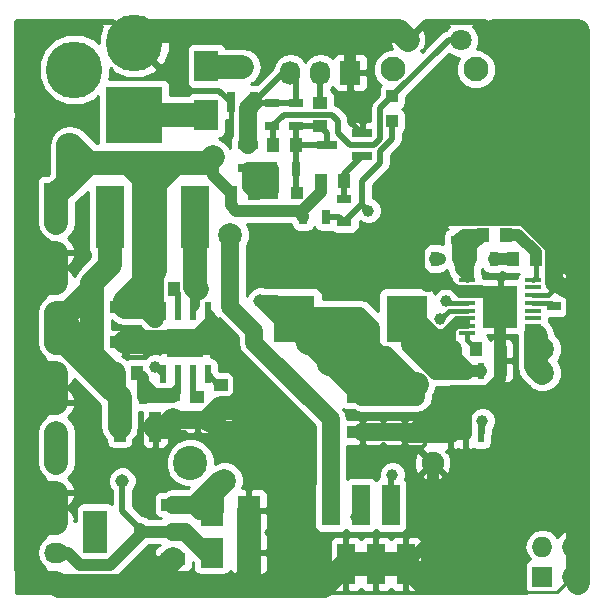
<source format=gtl>
G04 #@! TF.FileFunction,Copper,L1,Top,Signal*
%FSLAX46Y46*%
G04 Gerber Fmt 4.6, Leading zero omitted, Abs format (unit mm)*
G04 Created by KiCad (PCBNEW 4.0.0-2.201512091501+6195~38~ubuntu14.04.1-stable) date Wed 16 Dec 2015 16:03:56 GMT*
%MOMM*%
G01*
G04 APERTURE LIST*
%ADD10C,0.100000*%
%ADD11R,1.000000X1.000000*%
%ADD12R,2.029460X2.651760*%
%ADD13C,2.900000*%
%ADD14C,1.900000*%
%ADD15R,3.500000X4.000000*%
%ADD16R,2.413000X5.334000*%
%ADD17C,4.800600*%
%ADD18R,4.800600X4.800600*%
%ADD19R,1.500000X3.500000*%
%ADD20R,1.727200X2.032000*%
%ADD21O,1.727200X2.032000*%
%ADD22C,1.800000*%
%ADD23C,2.100000*%
%ADD24R,2.032000X3.657600*%
%ADD25R,2.032000X1.016000*%
%ADD26R,1.250000X1.000000*%
%ADD27R,1.300000X0.700000*%
%ADD28R,1.000000X2.500000*%
%ADD29R,0.700000X1.300000*%
%ADD30R,2.500000X1.000000*%
%ADD31R,1.000000X1.250000*%
%ADD32R,1.950720X2.499360*%
%ADD33R,0.600000X1.600000*%
%ADD34R,3.100000X2.400000*%
%ADD35C,1.143000*%
%ADD36R,1.400000X0.400000*%
%ADD37R,3.000000X3.600000*%
%ADD38R,0.599440X1.399540*%
%ADD39R,0.800100X1.800860*%
%ADD40R,1.800860X0.800100*%
%ADD41R,2.032000X1.727200*%
%ADD42O,2.032000X1.727200*%
%ADD43R,1.727200X1.727200*%
%ADD44O,1.727200X1.727200*%
%ADD45C,1.000000*%
%ADD46C,2.000000*%
%ADD47C,0.254000*%
%ADD48C,0.508000*%
%ADD49C,2.000000*%
%ADD50C,1.016000*%
%ADD51C,1.500000*%
%ADD52C,0.381000*%
G04 APERTURE END LIST*
D10*
D11*
X124499000Y-115316000D03*
X122389000Y-115316000D03*
X132588000Y-109259000D03*
X132588000Y-107149000D03*
D12*
X116840000Y-108765340D03*
X116840000Y-104594660D03*
D13*
X115484000Y-138176000D03*
D14*
X135984000Y-138176000D03*
D15*
X133782000Y-125984000D03*
X124282000Y-125984000D03*
D16*
X115887500Y-117348000D03*
X108648500Y-117348000D03*
D17*
X110744000Y-102616000D03*
D18*
X110744000Y-108712000D03*
D17*
X105664000Y-104902000D03*
D19*
X127381000Y-141772000D03*
X128651000Y-146772000D03*
X129921000Y-141772000D03*
X131191000Y-146772000D03*
X132461000Y-141772000D03*
X133731000Y-146772000D03*
D20*
X129032000Y-105156000D03*
D21*
X126492000Y-105156000D03*
X123952000Y-105156000D03*
D22*
X138394000Y-102382000D03*
X133894000Y-102382000D03*
D23*
X139644000Y-104882000D03*
X132644000Y-104882000D03*
D24*
X107442000Y-144018000D03*
D25*
X114046000Y-144018000D03*
X114046000Y-141732000D03*
X114046000Y-146304000D03*
D26*
X118110000Y-131588000D03*
X118110000Y-133588000D03*
X116078000Y-132604000D03*
X116078000Y-134604000D03*
D27*
X114046000Y-132654000D03*
X114046000Y-134554000D03*
D28*
X109498000Y-135128000D03*
X112498000Y-135128000D03*
D29*
X109540000Y-132588000D03*
X111440000Y-132588000D03*
D30*
X109982000Y-124992000D03*
X109982000Y-127992000D03*
D31*
X108982000Y-130556000D03*
X110982000Y-130556000D03*
X124444000Y-111252000D03*
X122444000Y-111252000D03*
D26*
X126492000Y-109712000D03*
X126492000Y-107712000D03*
D31*
X118888000Y-115316000D03*
X120888000Y-115316000D03*
X126508000Y-114300000D03*
X128508000Y-114300000D03*
D28*
X144756000Y-129540000D03*
X141756000Y-129540000D03*
D32*
X120421400Y-142240000D03*
X117322600Y-142240000D03*
D31*
X144764000Y-120904000D03*
X142764000Y-120904000D03*
D32*
X120421400Y-145796000D03*
X117322600Y-145796000D03*
D31*
X142224000Y-118872000D03*
X140224000Y-118872000D03*
X139684000Y-128524000D03*
X137684000Y-128524000D03*
D30*
X130048000Y-132612000D03*
X130048000Y-135612000D03*
X133604000Y-132612000D03*
X133604000Y-135612000D03*
D31*
X116062000Y-123444000D03*
X114062000Y-123444000D03*
D27*
X122428000Y-107762000D03*
X122428000Y-109662000D03*
X124460000Y-107762000D03*
X124460000Y-109662000D03*
D29*
X124394000Y-113284000D03*
X122494000Y-113284000D03*
D27*
X128524000Y-115890000D03*
X128524000Y-117790000D03*
D29*
X125034000Y-117348000D03*
X126934000Y-117348000D03*
D27*
X146304000Y-123002000D03*
X146304000Y-124902000D03*
D29*
X141158000Y-120904000D03*
X139258000Y-120904000D03*
X136210000Y-120904000D03*
X138110000Y-120904000D03*
D27*
X138176000Y-119314000D03*
X138176000Y-117414000D03*
D33*
X113187000Y-125316000D03*
X113187000Y-130716000D03*
X114437000Y-125316000D03*
X115687000Y-125316000D03*
X116937000Y-125316000D03*
X114437000Y-130716000D03*
X115687000Y-130716000D03*
X116937000Y-130716000D03*
D34*
X115062000Y-128016000D03*
D35*
X105156000Y-111252000D03*
X121412000Y-124460000D03*
X109728000Y-139700000D03*
X107188000Y-128524000D03*
D36*
X144526000Y-127228600D03*
X144526000Y-126593600D03*
X144526000Y-125933200D03*
X144526000Y-125298200D03*
X144526000Y-124637800D03*
X144526000Y-123990100D03*
X144526000Y-123342400D03*
X144526000Y-122694700D03*
X138938000Y-122694700D03*
X138938000Y-123342400D03*
X138938000Y-123990100D03*
X138938000Y-124637800D03*
X138938000Y-125298200D03*
X138938000Y-125945900D03*
X138938000Y-126593600D03*
X138938000Y-127241300D03*
D37*
X141732000Y-124968000D03*
D38*
X136271000Y-130429000D03*
X136271000Y-135763000D03*
X137541000Y-130429000D03*
X138811000Y-130429000D03*
X140081000Y-130429000D03*
X137541000Y-135763000D03*
X138811000Y-135763000D03*
X140081000Y-135763000D03*
D39*
X118938000Y-107673140D03*
X120838000Y-107673140D03*
X119888000Y-104670860D03*
D40*
X120373140Y-113218000D03*
X120373140Y-111318000D03*
X117370860Y-112268000D03*
X130025140Y-112202000D03*
X130025140Y-110302000D03*
X127022860Y-111252000D03*
D41*
X104140000Y-115316000D03*
D42*
X104140000Y-117856000D03*
X104140000Y-120396000D03*
X104140000Y-122936000D03*
X104140000Y-125476000D03*
X104140000Y-128016000D03*
X104140000Y-130556000D03*
X104140000Y-133096000D03*
X104140000Y-135636000D03*
X104140000Y-138176000D03*
X104140000Y-140716000D03*
X104140000Y-143256000D03*
X104140000Y-145796000D03*
X104140000Y-148336000D03*
D43*
X145288000Y-147828000D03*
D44*
X145288000Y-145288000D03*
X147828000Y-147828000D03*
X147828000Y-145288000D03*
D45*
X101600000Y-109220000D03*
X127508000Y-140208000D03*
D46*
X118872000Y-118872000D03*
X114300000Y-112776000D03*
X145288000Y-130556000D03*
X116332000Y-112776000D03*
X145288000Y-128524000D03*
D45*
X112522000Y-125984000D03*
D46*
X118364000Y-139700000D03*
X125476000Y-128016000D03*
X127242000Y-129806000D03*
D45*
X136652000Y-120904000D03*
D46*
X134620000Y-131572000D03*
D45*
X111252000Y-143764000D03*
X132588000Y-139192000D03*
X130556000Y-116840000D03*
X129540000Y-142748000D03*
X112522000Y-130048000D03*
X140208000Y-134620000D03*
X136652000Y-125984000D03*
X137160000Y-124460000D03*
D47*
X147828000Y-145288000D02*
X148336000Y-145796000D01*
X148336000Y-145796000D02*
X148590000Y-145796000D01*
X148590000Y-145796000D02*
X148336000Y-145796000D01*
X147828000Y-147828000D02*
X148336000Y-147828000D01*
X148336000Y-147828000D02*
X148844000Y-147828000D01*
X148844000Y-147828000D02*
X148336000Y-147828000D01*
X142748000Y-148336000D02*
X143510000Y-149098000D01*
X143510000Y-149098000D02*
X146558000Y-149098000D01*
X147828000Y-147828000D02*
X146558000Y-149098000D01*
D48*
X110744000Y-102616000D02*
X108966000Y-100838000D01*
X100838000Y-108458000D02*
X101600000Y-109220000D01*
X100838000Y-100838000D02*
X100838000Y-108458000D01*
X108966000Y-100838000D02*
X100838000Y-100838000D01*
X110744000Y-102616000D02*
X109220000Y-101092000D01*
D49*
X129032000Y-101600000D02*
X111760000Y-101600000D01*
X111760000Y-101600000D02*
X110744000Y-102616000D01*
X133894000Y-102382000D02*
X133112000Y-101600000D01*
X133112000Y-101600000D02*
X129032000Y-101600000D01*
D48*
X141224000Y-101600000D02*
X140462000Y-100838000D01*
D49*
X141224000Y-101600000D02*
X148336000Y-101600000D01*
X148336000Y-123952000D02*
X148336000Y-101600000D01*
D48*
X135438000Y-100838000D02*
X133894000Y-102382000D01*
X140462000Y-100838000D02*
X135438000Y-100838000D01*
D50*
X135984000Y-138176000D02*
X135984000Y-144519000D01*
X135984000Y-144519000D02*
X133731000Y-146772000D01*
X129032000Y-105156000D02*
X129032000Y-101600000D01*
D51*
X146304000Y-123002000D02*
X146370000Y-122936000D01*
X146370000Y-122936000D02*
X148336000Y-123952000D01*
D49*
X133731000Y-146772000D02*
X135295000Y-148336000D01*
X135295000Y-148336000D02*
X142748000Y-148336000D01*
X148336000Y-148336000D02*
X148336000Y-147828000D01*
X148336000Y-147828000D02*
X148336000Y-145796000D01*
X148336000Y-145796000D02*
X148336000Y-123952000D01*
X131191000Y-146772000D02*
X133731000Y-146772000D01*
X128651000Y-146772000D02*
X131191000Y-146772000D01*
X119634000Y-148590000D02*
X126833000Y-148590000D01*
X126833000Y-148590000D02*
X128651000Y-146772000D01*
X120421400Y-145796000D02*
X120421400Y-142240000D01*
X111760000Y-148590000D02*
X119634000Y-148590000D01*
X120421400Y-147802600D02*
X120421400Y-145796000D01*
X119634000Y-148590000D02*
X120421400Y-147802600D01*
D51*
X133604000Y-135612000D02*
X134644000Y-135612000D01*
X134644000Y-135612000D02*
X136144000Y-134112000D01*
X136144000Y-134112000D02*
X136144000Y-134620000D01*
X133604000Y-135612000D02*
X130048000Y-135612000D01*
D52*
X136144000Y-122428000D02*
X136906000Y-123190000D01*
X136652000Y-122428000D02*
X137160000Y-122936000D01*
X137160000Y-122428000D02*
X137160000Y-123190000D01*
X137160000Y-123190000D02*
X137160000Y-122936000D01*
X137160000Y-122936000D02*
X137160000Y-123190000D01*
X137668000Y-122936000D02*
X137160000Y-122428000D01*
X137160000Y-122428000D02*
X136652000Y-122428000D01*
X136652000Y-122428000D02*
X136144000Y-122428000D01*
X136144000Y-122428000D02*
X135128000Y-122428000D01*
X138938000Y-123990100D02*
X140754100Y-123990100D01*
X140754100Y-123990100D02*
X141732000Y-124968000D01*
D48*
X135636000Y-122936000D02*
X135890000Y-123190000D01*
X135890000Y-123190000D02*
X136906000Y-123190000D01*
X136906000Y-123190000D02*
X137160000Y-123190000D01*
X138430000Y-123698000D02*
X140462000Y-123698000D01*
X137160000Y-123190000D02*
X137922000Y-123190000D01*
X137922000Y-123190000D02*
X138430000Y-123698000D01*
X140462000Y-123698000D02*
X141732000Y-124968000D01*
D51*
X135128000Y-122428000D02*
X135636000Y-122936000D01*
D52*
X138074400Y-123342400D02*
X137668000Y-122936000D01*
X137668000Y-122936000D02*
X135636000Y-122936000D01*
X138074400Y-123342400D02*
X138938000Y-123342400D01*
X138938000Y-123990100D02*
X138214100Y-123990100D01*
X137566400Y-123342400D02*
X136042400Y-123342400D01*
X138214100Y-123990100D02*
X137566400Y-123342400D01*
X138938000Y-123342400D02*
X140106400Y-123342400D01*
X140106400Y-123342400D02*
X141732000Y-124968000D01*
D48*
X141732000Y-124968000D02*
X140462000Y-123698000D01*
D52*
X140754100Y-123990100D02*
X141732000Y-124968000D01*
X144526000Y-123990100D02*
X145757900Y-123990100D01*
X146304000Y-123444000D02*
X146304000Y-123002000D01*
X145757900Y-123990100D02*
X146304000Y-123444000D01*
D49*
X101600000Y-121920000D02*
X104140000Y-121920000D01*
X104140000Y-121920000D02*
X103632000Y-121920000D01*
X103632000Y-121920000D02*
X104140000Y-121920000D01*
X101600000Y-118872000D02*
X101600000Y-121920000D01*
X101600000Y-121920000D02*
X101600000Y-124714000D01*
X101600000Y-118872000D02*
X103378000Y-120396000D01*
X104140000Y-120396000D02*
X103378000Y-120396000D01*
X111760000Y-148590000D02*
X114046000Y-146304000D01*
X101600000Y-131826000D02*
X104140000Y-131826000D01*
X104140000Y-131826000D02*
X103632000Y-131826000D01*
X103632000Y-131826000D02*
X104140000Y-131826000D01*
X101600000Y-134874000D02*
X101600000Y-131826000D01*
X101600000Y-131826000D02*
X101600000Y-129286000D01*
X101600000Y-141986000D02*
X104140000Y-141986000D01*
X103632000Y-142494000D02*
X104140000Y-142494000D01*
X104140000Y-141986000D02*
X103632000Y-142494000D01*
X101600000Y-139446000D02*
X101600000Y-141986000D01*
X101600000Y-141986000D02*
X101600000Y-145034000D01*
X104140000Y-130556000D02*
X103124000Y-130556000D01*
X103124000Y-130556000D02*
X101600000Y-129286000D01*
X101600000Y-124714000D02*
X103124000Y-122936000D01*
X101600000Y-129286000D02*
X101600000Y-124714000D01*
X103124000Y-122936000D02*
X104140000Y-122936000D01*
X104140000Y-140716000D02*
X103124000Y-140716000D01*
X103124000Y-140716000D02*
X101600000Y-139446000D01*
X101600000Y-134874000D02*
X103124000Y-133096000D01*
X101600000Y-139446000D02*
X101600000Y-134874000D01*
X103124000Y-133096000D02*
X104140000Y-133096000D01*
X104140000Y-148336000D02*
X103124000Y-148336000D01*
X103124000Y-148336000D02*
X101600000Y-147066000D01*
X101600000Y-147066000D02*
X101600000Y-145034000D01*
X101600000Y-145034000D02*
X103124000Y-143256000D01*
X103124000Y-143256000D02*
X104140000Y-143256000D01*
X104140000Y-140716000D02*
X104140000Y-142494000D01*
X104140000Y-142494000D02*
X104140000Y-143256000D01*
X104140000Y-130556000D02*
X104140000Y-131826000D01*
X104140000Y-131826000D02*
X104140000Y-133096000D01*
X104140000Y-120396000D02*
X104140000Y-121920000D01*
X104140000Y-121920000D02*
X104140000Y-122936000D01*
D48*
X117602000Y-126492000D02*
X116586000Y-126492000D01*
X118110000Y-127000000D02*
X116078000Y-127000000D01*
X116078000Y-127000000D02*
X115062000Y-128016000D01*
X118618000Y-127508000D02*
X118110000Y-127000000D01*
X118110000Y-127000000D02*
X117602000Y-126492000D01*
X117602000Y-126492000D02*
X116937000Y-125827000D01*
X116937000Y-125827000D02*
X116937000Y-126141000D01*
X116937000Y-125316000D02*
X118618000Y-126997000D01*
X118618000Y-126997000D02*
X118618000Y-127508000D01*
X118618000Y-127508000D02*
X118618000Y-129032000D01*
X116937000Y-125316000D02*
X116937000Y-126141000D01*
X116937000Y-126141000D02*
X116586000Y-126492000D01*
X116586000Y-126492000D02*
X115062000Y-128016000D01*
D49*
X118110000Y-133588000D02*
X119142000Y-133588000D01*
X119142000Y-133588000D02*
X120142000Y-132588000D01*
X120142000Y-132588000D02*
X120142000Y-130556000D01*
X120142000Y-130556000D02*
X118618000Y-129032000D01*
X117602000Y-128016000D02*
X115062000Y-128016000D01*
X118618000Y-129032000D02*
X117602000Y-128016000D01*
X112498000Y-135128000D02*
X113472000Y-135128000D01*
X113472000Y-135128000D02*
X113996000Y-134604000D01*
D51*
X113996000Y-134604000D02*
X117094000Y-134604000D01*
D49*
X117094000Y-134604000D02*
X118110000Y-133588000D01*
X109982000Y-127992000D02*
X115038000Y-127992000D01*
X115038000Y-127992000D02*
X115062000Y-128016000D01*
D51*
X137541000Y-135763000D02*
X136271000Y-135763000D01*
D50*
X138176000Y-135763000D02*
X137541000Y-135763000D01*
X138811000Y-135763000D02*
X138176000Y-135763000D01*
D48*
X133755000Y-135763000D02*
X133604000Y-135612000D01*
D51*
X136271000Y-135763000D02*
X133755000Y-135763000D01*
D50*
X141732000Y-124968000D02*
X141732000Y-129516000D01*
X140716000Y-132080000D02*
X141732000Y-131064000D01*
X138811000Y-133985000D02*
X140716000Y-132080000D01*
X141732000Y-131064000D02*
X141732000Y-129516000D01*
X138811000Y-135763000D02*
X138811000Y-133985000D01*
D51*
X138110000Y-117348000D02*
X138176000Y-117414000D01*
X134620000Y-119888000D02*
X134620000Y-121920000D01*
X137160000Y-117348000D02*
X134620000Y-119888000D01*
X134620000Y-121920000D02*
X135128000Y-122428000D01*
X138110000Y-117348000D02*
X137160000Y-117348000D01*
X146304000Y-119888000D02*
X143764000Y-117348000D01*
X146304000Y-123002000D02*
X146304000Y-119888000D01*
X138242000Y-117348000D02*
X143764000Y-117348000D01*
X138176000Y-117414000D02*
X138242000Y-117348000D01*
D50*
X137668000Y-135128000D02*
X138811000Y-133985000D01*
X137541000Y-135255000D02*
X137668000Y-135128000D01*
X137541000Y-135763000D02*
X137541000Y-135255000D01*
X138176000Y-134620000D02*
X138176000Y-135128000D01*
X138176000Y-135128000D02*
X137668000Y-135128000D01*
X138176000Y-135763000D02*
X138176000Y-134620000D01*
X139700000Y-132080000D02*
X138684000Y-132080000D01*
X140716000Y-132080000D02*
X139700000Y-132080000D01*
D51*
X136652000Y-135763000D02*
X136271000Y-135763000D01*
X135636000Y-135763000D02*
X136652000Y-135763000D01*
D50*
X136652000Y-135128000D02*
X136652000Y-135763000D01*
X136017000Y-135763000D02*
X136652000Y-135128000D01*
X139700000Y-132080000D02*
X136017000Y-135763000D01*
X135636000Y-135128000D02*
X135636000Y-135763000D01*
X135001000Y-135763000D02*
X135636000Y-135128000D01*
X135152000Y-135612000D02*
X135001000Y-135763000D01*
X138684000Y-132080000D02*
X136144000Y-134620000D01*
X136144000Y-134620000D02*
X135152000Y-135612000D01*
X138684000Y-132080000D02*
X137668000Y-132080000D01*
X135152000Y-134596000D02*
X135152000Y-135612000D01*
X137668000Y-132080000D02*
X135152000Y-134596000D01*
X135152000Y-134596000D02*
X134620000Y-135128000D01*
D48*
X129032000Y-109308860D02*
X130025140Y-110302000D01*
X129032000Y-105156000D02*
X129032000Y-109308860D01*
X117944860Y-106680000D02*
X114808000Y-106680000D01*
X114808000Y-106680000D02*
X110744000Y-102616000D01*
X118938000Y-107673140D02*
X117944860Y-106680000D01*
D49*
X104394000Y-148590000D02*
X104140000Y-148336000D01*
X111760000Y-148590000D02*
X104394000Y-148590000D01*
X101600000Y-118872000D02*
X101600000Y-109220000D01*
D48*
X124444000Y-109678000D02*
X124444000Y-111252000D01*
X124460000Y-109662000D02*
X124444000Y-109678000D01*
X126442000Y-109662000D02*
X126492000Y-109712000D01*
X124460000Y-109662000D02*
X126442000Y-109662000D01*
X127022860Y-111252000D02*
X124444000Y-111252000D01*
X127022860Y-110242860D02*
X127022860Y-111252000D01*
X126492000Y-109712000D02*
X127022860Y-110242860D01*
X124394000Y-115211000D02*
X124499000Y-115316000D01*
X124394000Y-113284000D02*
X124394000Y-115211000D01*
X124394000Y-111302000D02*
X124394000Y-113284000D01*
X124444000Y-111252000D02*
X124394000Y-111302000D01*
X132588000Y-107149000D02*
X137355000Y-102382000D01*
X137355000Y-102382000D02*
X138394000Y-102382000D01*
X122444000Y-109678000D02*
X122444000Y-111252000D01*
X122428000Y-109662000D02*
X122444000Y-109678000D01*
X131572000Y-110744000D02*
X131572000Y-108165000D01*
X131572000Y-108165000D02*
X132588000Y-107149000D01*
X122428000Y-109662000D02*
X123378000Y-108712000D01*
X129032000Y-111252000D02*
X131064000Y-111252000D01*
X128016000Y-110236000D02*
X129032000Y-111252000D01*
X128016000Y-109220000D02*
X128016000Y-110236000D01*
X127508000Y-108712000D02*
X128016000Y-109220000D01*
X123378000Y-108712000D02*
X127508000Y-108712000D01*
X131064000Y-111252000D02*
X131572000Y-110744000D01*
X138394000Y-102382000D02*
X137863000Y-102382000D01*
X126492000Y-107712000D02*
X126492000Y-105156000D01*
D50*
X127381000Y-141772000D02*
X127381000Y-140335000D01*
X127381000Y-140335000D02*
X127508000Y-140208000D01*
D49*
X116332000Y-112776000D02*
X114300000Y-112776000D01*
D51*
X118872000Y-118872000D02*
X118872000Y-124968000D01*
X118872000Y-124968000D02*
X120904000Y-127000000D01*
X120904000Y-127000000D02*
X120904000Y-128016000D01*
X120904000Y-128016000D02*
X127381000Y-134493000D01*
X127381000Y-134493000D02*
X127381000Y-141772000D01*
D49*
X145288000Y-130556000D02*
X144756000Y-130024000D01*
X144756000Y-130024000D02*
X144756000Y-129540000D01*
X144756000Y-129056000D02*
X145288000Y-128524000D01*
X144756000Y-129056000D02*
X144756000Y-129540000D01*
X105156000Y-111252000D02*
X105156000Y-114554000D01*
X105156000Y-114554000D02*
X105156000Y-114300000D01*
X105156000Y-114300000D02*
X105156000Y-114554000D01*
X105156000Y-111252000D02*
X105410000Y-111252000D01*
X105410000Y-111252000D02*
X106934000Y-112776000D01*
X110236000Y-112776000D02*
X111530000Y-114070000D01*
X111530000Y-114070000D02*
X111530000Y-122912000D01*
X112522000Y-121920000D02*
X112522000Y-114554000D01*
X112522000Y-114554000D02*
X114300000Y-112776000D01*
D50*
X117370860Y-112268000D02*
X117370860Y-113798860D01*
X117370860Y-113798860D02*
X118888000Y-115316000D01*
D52*
X144526000Y-126593600D02*
X144526000Y-127228600D01*
X144526000Y-127228600D02*
X144526000Y-129310000D01*
X144526000Y-129310000D02*
X144756000Y-129540000D01*
D49*
X109982000Y-124992000D02*
X109982000Y-124460000D01*
X109982000Y-124460000D02*
X111530000Y-122912000D01*
D51*
X112522000Y-125984000D02*
X112522000Y-121920000D01*
D48*
X113187000Y-125316000D02*
X111530000Y-123659000D01*
X111506000Y-123952000D02*
X111530000Y-123952000D01*
X111530000Y-123928000D02*
X111506000Y-123952000D01*
X111530000Y-123659000D02*
X111530000Y-123928000D01*
D49*
X111530000Y-124992000D02*
X111530000Y-123952000D01*
X111530000Y-123952000D02*
X111530000Y-122912000D01*
X111530000Y-122912000D02*
X112522000Y-121920000D01*
D48*
X113187000Y-125316000D02*
X112863000Y-124992000D01*
X112863000Y-124992000D02*
X111530000Y-124992000D01*
D51*
X112522000Y-125984000D02*
X111530000Y-124992000D01*
D49*
X111530000Y-124992000D02*
X109982000Y-124992000D01*
D48*
X112522000Y-125984000D02*
X113187000Y-125319000D01*
X113187000Y-125319000D02*
X113187000Y-125316000D01*
D51*
X144756000Y-127458600D02*
X144526000Y-127228600D01*
D49*
X144756000Y-129540000D02*
X144756000Y-127458600D01*
X116862860Y-112776000D02*
X116332000Y-112776000D01*
X117370860Y-112268000D02*
X116862860Y-112776000D01*
X114300000Y-112776000D02*
X114808000Y-112776000D01*
X114808000Y-112776000D02*
X110236000Y-112776000D01*
X106934000Y-112776000D02*
X106299000Y-113411000D01*
X106299000Y-113411000D02*
X105156000Y-114554000D01*
X105156000Y-114554000D02*
X104140000Y-115316000D01*
X110236000Y-112776000D02*
X106934000Y-112776000D01*
X104140000Y-117856000D02*
X104140000Y-115316000D01*
D50*
X118888000Y-116348000D02*
X119380000Y-116840000D01*
X118888000Y-115316000D02*
X118888000Y-116348000D01*
X119380000Y-116840000D02*
X124968000Y-116840000D01*
X124968000Y-116840000D02*
X126508000Y-115300000D01*
X126508000Y-115300000D02*
X126508000Y-114300000D01*
X124968000Y-116840000D02*
X125034000Y-117348000D01*
X124968000Y-117282000D02*
X124968000Y-116840000D01*
X125034000Y-117348000D02*
X124968000Y-117282000D01*
X122494000Y-113792000D02*
X121484860Y-114801140D01*
X121484860Y-114801140D02*
X120373140Y-114801140D01*
X120373140Y-113792000D02*
X122494000Y-113792000D01*
X122494000Y-113792000D02*
X122494000Y-113792000D01*
X122494000Y-113792000D02*
X122428000Y-113792000D01*
X122428000Y-113792000D02*
X122494000Y-113284000D01*
X120373140Y-113218000D02*
X120373140Y-113792000D01*
X120373140Y-113792000D02*
X120373140Y-114801140D01*
X120373140Y-114801140D02*
X120888000Y-115316000D01*
X122494000Y-115211000D02*
X122494000Y-113284000D01*
D48*
X122389000Y-115316000D02*
X122494000Y-115211000D01*
D50*
X122428000Y-113218000D02*
X120373140Y-113218000D01*
D48*
X122494000Y-113284000D02*
X122428000Y-113218000D01*
X120373140Y-113218000D02*
X120380000Y-113224860D01*
D50*
X122389000Y-115316000D02*
X120888000Y-115316000D01*
D48*
X128508000Y-113719140D02*
X128508000Y-114300000D01*
X130025140Y-112202000D02*
X128508000Y-113719140D01*
X128508000Y-115874000D02*
X128508000Y-114300000D01*
X128524000Y-115890000D02*
X128508000Y-115874000D01*
D50*
X121412000Y-124460000D02*
X122758000Y-124460000D01*
X122758000Y-124460000D02*
X124282000Y-125984000D01*
X121412000Y-124460000D02*
X122936000Y-125984000D01*
X122936000Y-125984000D02*
X124282000Y-125984000D01*
D51*
X115824000Y-141732000D02*
X117856000Y-139700000D01*
X117856000Y-139700000D02*
X118364000Y-139700000D01*
D49*
X118364000Y-139700000D02*
X117322600Y-140741400D01*
X117322600Y-140741400D02*
X117322600Y-142240000D01*
D51*
X114046000Y-141732000D02*
X115824000Y-141732000D01*
X115824000Y-141732000D02*
X116332000Y-142240000D01*
X116332000Y-142240000D02*
X117322600Y-142240000D01*
D49*
X104140000Y-135636000D02*
X104140000Y-138176000D01*
X125476000Y-128016000D02*
X125464000Y-128028000D01*
X125464000Y-128028000D02*
X125476000Y-128016000D01*
X125476000Y-128016000D02*
X125476000Y-128040000D01*
D51*
X130048000Y-132612000D02*
X133604000Y-132612000D01*
X124282000Y-126846000D02*
X125476000Y-128040000D01*
X125476000Y-128040000D02*
X127242000Y-129806000D01*
X127242000Y-129806000D02*
X129794000Y-132358000D01*
D49*
X124282000Y-125730000D02*
X124282000Y-126846000D01*
D50*
X136652000Y-120904000D02*
X136210000Y-120904000D01*
X134620000Y-131596000D02*
X134620000Y-131572000D01*
D51*
X133604000Y-132612000D02*
X134620000Y-131596000D01*
X129794000Y-125730000D02*
X130810000Y-126746000D01*
X130810000Y-126746000D02*
X130810000Y-128270000D01*
X131064000Y-128524000D02*
X131572000Y-129032000D01*
X131572000Y-129032000D02*
X132080000Y-129032000D01*
X132080000Y-129032000D02*
X134620000Y-131572000D01*
X124282000Y-125730000D02*
X129794000Y-125730000D01*
X134596000Y-132612000D02*
X133604000Y-132612000D01*
X134620000Y-132588000D02*
X134596000Y-132612000D01*
X134620000Y-131572000D02*
X134620000Y-132588000D01*
D49*
X133534241Y-131502241D02*
X134689759Y-131502241D01*
X129032000Y-127000000D02*
X133534241Y-131502241D01*
X134620000Y-131572000D02*
X134689759Y-131572000D01*
X134689759Y-131502241D02*
X134689759Y-131572000D01*
X128016000Y-125984000D02*
X129032000Y-127000000D01*
X124282000Y-125984000D02*
X128016000Y-125984000D01*
X131064000Y-131572000D02*
X129298000Y-129806000D01*
X129298000Y-129806000D02*
X127242000Y-129806000D01*
X134620000Y-131572000D02*
X131064000Y-131572000D01*
X130048000Y-128016000D02*
X129540000Y-127508000D01*
X129540000Y-127508000D02*
X129032000Y-127508000D01*
X129032000Y-127508000D02*
X129032000Y-127000000D01*
X127508000Y-128016000D02*
X130048000Y-128016000D01*
X125476000Y-128016000D02*
X127508000Y-128016000D01*
X125476000Y-125984000D02*
X127508000Y-128016000D01*
X124282000Y-125984000D02*
X125476000Y-125984000D01*
D48*
X109728000Y-139700000D02*
X109728000Y-142240000D01*
X109728000Y-142240000D02*
X111252000Y-143764000D01*
D51*
X114046000Y-144018000D02*
X115062000Y-144018000D01*
X115062000Y-144018000D02*
X116840000Y-145796000D01*
X116840000Y-145796000D02*
X117322600Y-145796000D01*
D50*
X113538000Y-144018000D02*
X111252000Y-144018000D01*
D48*
X111252000Y-143764000D02*
X111252000Y-144018000D01*
D50*
X106172000Y-146812000D02*
X108712000Y-146812000D01*
X108712000Y-146812000D02*
X111252000Y-144272000D01*
X111252000Y-144272000D02*
X111252000Y-143764000D01*
X105156000Y-145796000D02*
X106172000Y-146812000D01*
X104140000Y-145796000D02*
X105156000Y-145796000D01*
D49*
X107188000Y-127508000D02*
X105918000Y-127508000D01*
X105918000Y-127508000D02*
X104140000Y-125476000D01*
X104140000Y-125476000D02*
X104140000Y-128016000D01*
X104140000Y-128016000D02*
X105138000Y-128016000D01*
X107188000Y-129032000D02*
X107188000Y-127508000D01*
X107188000Y-127508000D02*
X107188000Y-123952000D01*
X107188000Y-123952000D02*
X107188000Y-122936000D01*
X108982000Y-130826000D02*
X107188000Y-129032000D01*
X108648500Y-121475500D02*
X108648500Y-117348000D01*
X107188000Y-122936000D02*
X108648500Y-121475500D01*
X107188000Y-122936000D02*
X107188000Y-122936000D01*
X108982000Y-130826000D02*
X108982000Y-130556000D01*
X109498000Y-135128000D02*
X109498000Y-132630000D01*
X109498000Y-132630000D02*
X108982000Y-132114000D01*
X108982000Y-132114000D02*
X108982000Y-130556000D01*
X104884000Y-128016000D02*
X108982000Y-132114000D01*
X104140000Y-128016000D02*
X104884000Y-128016000D01*
X107188000Y-123444000D02*
X107188000Y-122936000D01*
X105156000Y-125476000D02*
X107188000Y-123444000D01*
X104140000Y-125476000D02*
X105156000Y-125476000D01*
D48*
X130048000Y-116266000D02*
X130048000Y-116332000D01*
X132461000Y-139319000D02*
X132461000Y-141772000D01*
X132588000Y-139192000D02*
X132461000Y-139319000D01*
X130048000Y-116332000D02*
X130556000Y-116840000D01*
X128082000Y-117348000D02*
X126934000Y-117348000D01*
X128524000Y-117790000D02*
X128082000Y-117348000D01*
X131572000Y-112776000D02*
X130048000Y-114300000D01*
X130048000Y-114300000D02*
X130048000Y-116266000D01*
X130048000Y-116266000D02*
X128524000Y-117790000D01*
X132588000Y-110744000D02*
X131572000Y-111760000D01*
X131572000Y-111760000D02*
X131572000Y-112776000D01*
X132588000Y-109259000D02*
X132588000Y-110744000D01*
D49*
X116786660Y-108712000D02*
X110744000Y-108712000D01*
X116840000Y-108765340D02*
X116786660Y-108712000D01*
X116916200Y-104670860D02*
X119888000Y-104670860D01*
X116840000Y-104594660D02*
X116916200Y-104670860D01*
D48*
X124460000Y-107762000D02*
X122428000Y-107762000D01*
X124460000Y-105664000D02*
X124460000Y-107762000D01*
X123952000Y-105156000D02*
X124460000Y-105664000D01*
X123355140Y-105156000D02*
X123952000Y-105156000D01*
X120838000Y-107673140D02*
X123355140Y-105156000D01*
X120926860Y-107762000D02*
X120838000Y-107673140D01*
X122428000Y-107762000D02*
X120926860Y-107762000D01*
D51*
X120373140Y-108138000D02*
X120373140Y-111318000D01*
X120838000Y-107673140D02*
X120373140Y-108138000D01*
D48*
X118110000Y-131588000D02*
X117809000Y-131588000D01*
X117809000Y-131588000D02*
X116937000Y-130716000D01*
X114437000Y-125316000D02*
X114437000Y-123819000D01*
X114437000Y-123819000D02*
X114062000Y-123444000D01*
X112522000Y-132654000D02*
X112522000Y-132588000D01*
X111440000Y-131506000D02*
X111440000Y-131014000D01*
X112522000Y-132588000D02*
X111440000Y-131506000D01*
X114437000Y-131572000D02*
X114437000Y-131689000D01*
X114437000Y-131689000D02*
X114046000Y-132080000D01*
X114046000Y-132080000D02*
X112506000Y-132080000D01*
X112506000Y-132080000D02*
X111440000Y-131014000D01*
X111440000Y-131014000D02*
X110982000Y-130556000D01*
X114437000Y-130716000D02*
X114437000Y-131572000D01*
X114437000Y-131572000D02*
X114437000Y-132263000D01*
X114437000Y-132263000D02*
X114046000Y-132654000D01*
D50*
X110982000Y-130556000D02*
X111440000Y-131014000D01*
X111440000Y-131014000D02*
X111440000Y-131014000D01*
X111440000Y-131014000D02*
X111440000Y-132588000D01*
X111440000Y-132588000D02*
X111506000Y-132654000D01*
X111506000Y-132654000D02*
X112522000Y-132654000D01*
X112522000Y-132654000D02*
X114046000Y-132654000D01*
D48*
X112522000Y-130048000D02*
X113187000Y-130713000D01*
X113187000Y-130713000D02*
X113187000Y-130716000D01*
D50*
X142224000Y-118872000D02*
X143256000Y-118872000D01*
X143256000Y-118872000D02*
X144764000Y-120380000D01*
X144764000Y-120380000D02*
X144764000Y-120904000D01*
D52*
X144764000Y-120904000D02*
X144764000Y-122456700D01*
X144764000Y-122456700D02*
X144526000Y-122694700D01*
D50*
X142764000Y-120904000D02*
X141158000Y-120904000D01*
D52*
X138938000Y-122694700D02*
X139258000Y-122374700D01*
X139258000Y-121920000D02*
X139258000Y-120904000D01*
X139258000Y-122374700D02*
X139258000Y-121920000D01*
D50*
X139258000Y-119838000D02*
X140224000Y-118872000D01*
X139258000Y-120904000D02*
X139258000Y-119838000D01*
X138684000Y-120904000D02*
X138110000Y-120904000D01*
X139258000Y-120904000D02*
X138684000Y-120904000D01*
X138110000Y-119380000D02*
X138176000Y-119314000D01*
X138110000Y-120904000D02*
X138110000Y-119380000D01*
X139192000Y-118872000D02*
X140224000Y-118872000D01*
X138618000Y-118872000D02*
X139192000Y-118872000D01*
X138176000Y-119314000D02*
X138618000Y-118872000D01*
X138684000Y-120396000D02*
X138684000Y-120904000D01*
X138684000Y-120904000D02*
X138684000Y-120396000D01*
X138684000Y-119380000D02*
X138684000Y-120904000D01*
X139192000Y-118872000D02*
X138684000Y-119380000D01*
D48*
X138110000Y-121866700D02*
X138110000Y-120904000D01*
X138938000Y-122694700D02*
X138110000Y-121866700D01*
X138176000Y-121866700D02*
X138110000Y-121866700D01*
X138750000Y-121866700D02*
X138176000Y-121866700D01*
X139251650Y-122368350D02*
X138750000Y-121866700D01*
X139258000Y-122374700D02*
X139251650Y-122368350D01*
X138242000Y-120904000D02*
X138110000Y-120904000D01*
X139138700Y-120904000D02*
X139258000Y-120904000D01*
X138176000Y-121866700D02*
X139138700Y-120904000D01*
X139258000Y-122362000D02*
X139258000Y-120904000D01*
X139251650Y-122368350D02*
X139258000Y-122362000D01*
X139258000Y-121358700D02*
X139258000Y-120904000D01*
X138750000Y-121866700D02*
X139258000Y-121358700D01*
D52*
X138938000Y-127241300D02*
X138938000Y-127778000D01*
X138938000Y-127778000D02*
X139684000Y-128524000D01*
D48*
X140208000Y-135636000D02*
X140081000Y-135763000D01*
X140208000Y-134620000D02*
X140208000Y-135636000D01*
D52*
X138938000Y-125298200D02*
X137337800Y-125298200D01*
X136652000Y-125984000D02*
X137337800Y-125298200D01*
X144526000Y-124637800D02*
X146039800Y-124637800D01*
X146039800Y-124637800D02*
X146304000Y-124902000D01*
D51*
X137684000Y-129302000D02*
X137684000Y-130286000D01*
D50*
X137684000Y-130286000D02*
X137541000Y-130429000D01*
D51*
X137684000Y-128524000D02*
X137684000Y-129302000D01*
D52*
X138938000Y-125945900D02*
X138214100Y-125945900D01*
X137160000Y-128000000D02*
X137684000Y-128524000D01*
X137160000Y-127254000D02*
X137160000Y-128000000D01*
X137160000Y-127000000D02*
X137160000Y-127254000D01*
X138214100Y-125945900D02*
X137160000Y-127000000D01*
X138938000Y-126593600D02*
X138074400Y-126593600D01*
X137684000Y-126984000D02*
X137684000Y-128524000D01*
X138074400Y-126593600D02*
X137684000Y-126984000D01*
D50*
X140081000Y-130429000D02*
X138811000Y-130429000D01*
D48*
X137684000Y-128524000D02*
X137414000Y-128254000D01*
D51*
X138811000Y-130429000D02*
X137684000Y-129302000D01*
D52*
X137960100Y-125945900D02*
X138938000Y-125945900D01*
X137414000Y-126492000D02*
X137960100Y-125945900D01*
X136906000Y-127000000D02*
X137414000Y-126492000D01*
X136398000Y-127000000D02*
X136906000Y-127000000D01*
X135382000Y-125984000D02*
X136398000Y-127000000D01*
X134036000Y-125984000D02*
X135382000Y-125984000D01*
D51*
X136271000Y-130429000D02*
X137541000Y-130429000D01*
X138811000Y-130429000D02*
X137541000Y-130429000D01*
X134036000Y-128194000D02*
X134036000Y-125984000D01*
X136271000Y-130429000D02*
X134036000Y-128194000D01*
D52*
X138938000Y-126238000D02*
X138938000Y-126593600D01*
X138938000Y-125945900D02*
X138938000Y-126238000D01*
X138430000Y-126238000D02*
X138074400Y-126593600D01*
X138938000Y-126238000D02*
X138430000Y-126238000D01*
X137414000Y-128254000D02*
X137684000Y-128524000D01*
X137414000Y-126492000D02*
X137414000Y-128254000D01*
X136144000Y-127254000D02*
X137160000Y-127254000D01*
X134874000Y-125984000D02*
X136144000Y-127254000D01*
X133782000Y-125984000D02*
X134874000Y-125984000D01*
D49*
X136652000Y-128016000D02*
X135814000Y-128016000D01*
X135814000Y-128016000D02*
X133782000Y-125984000D01*
D51*
X137684000Y-128524000D02*
X137160000Y-128524000D01*
D49*
X137160000Y-128524000D02*
X136652000Y-128016000D01*
X136652000Y-128854000D02*
X136652000Y-129540000D01*
X135814000Y-128016000D02*
X136652000Y-128854000D01*
X115887500Y-117348000D02*
X115887500Y-123269500D01*
X115887500Y-123269500D02*
X116062000Y-123444000D01*
D48*
X115687000Y-125316000D02*
X116062000Y-124941000D01*
X116062000Y-124941000D02*
X116062000Y-123444000D01*
X115687000Y-125316000D02*
X115687000Y-123819000D01*
X115687000Y-123819000D02*
X116062000Y-123444000D01*
D52*
X138938000Y-124637800D02*
X137337800Y-124637800D01*
X137337800Y-124637800D02*
X137160000Y-124460000D01*
D48*
X115687000Y-130716000D02*
X115687000Y-132213000D01*
X115687000Y-132213000D02*
X116078000Y-132604000D01*
D47*
G36*
X107707631Y-102017642D02*
X107708763Y-102654022D01*
X107385604Y-102330298D01*
X106270407Y-101867228D01*
X105062890Y-101866174D01*
X103946887Y-102327298D01*
X103092298Y-103180396D01*
X102629228Y-104295593D01*
X102628174Y-105503110D01*
X103089298Y-106619113D01*
X103942396Y-107473702D01*
X105057593Y-107936772D01*
X106265110Y-107937826D01*
X107381113Y-107476702D01*
X107696260Y-107162105D01*
X107696260Y-111112300D01*
X107701660Y-111141000D01*
X107611239Y-111141000D01*
X106566120Y-110095880D01*
X106035688Y-109741457D01*
X105410000Y-109616999D01*
X105409995Y-109617000D01*
X105156000Y-109617000D01*
X104530313Y-109741457D01*
X103999880Y-110095880D01*
X103645457Y-110626313D01*
X103521000Y-111252000D01*
X103521000Y-113736500D01*
X103429720Y-113804960D01*
X103124000Y-113804960D01*
X102888683Y-113849238D01*
X102672559Y-113988310D01*
X102527569Y-114200510D01*
X102476560Y-114452400D01*
X102476560Y-116179600D01*
X102505000Y-116330745D01*
X102505000Y-117612953D01*
X102456655Y-117856000D01*
X102570729Y-118429489D01*
X102895585Y-118915670D01*
X102938670Y-118944459D01*
X102983880Y-119012120D01*
X103181086Y-119143889D01*
X102789268Y-119493964D01*
X102535291Y-120021209D01*
X102532642Y-120036974D01*
X102653783Y-120269000D01*
X104013000Y-120269000D01*
X104013000Y-120249000D01*
X104267000Y-120249000D01*
X104267000Y-120269000D01*
X105626217Y-120269000D01*
X105747358Y-120036974D01*
X105744709Y-120021209D01*
X105490732Y-119493964D01*
X105098914Y-119143889D01*
X105296120Y-119012120D01*
X105341330Y-118944459D01*
X105384415Y-118915670D01*
X105709271Y-118429489D01*
X105823345Y-117856000D01*
X105775000Y-117612953D01*
X105775000Y-116320041D01*
X105803440Y-116179600D01*
X105803440Y-116112170D01*
X106137000Y-115862000D01*
X106214985Y-115775024D01*
X106312120Y-115710120D01*
X106794560Y-115227680D01*
X106794560Y-120015000D01*
X106838838Y-120250317D01*
X106977910Y-120466441D01*
X107013500Y-120490759D01*
X107013500Y-120798260D01*
X106031880Y-121779880D01*
X105677457Y-122310312D01*
X105661790Y-122389073D01*
X105490732Y-122033964D01*
X105078892Y-121666000D01*
X105490732Y-121298036D01*
X105744709Y-120770791D01*
X105747358Y-120755026D01*
X105626217Y-120523000D01*
X104267000Y-120523000D01*
X104267000Y-122809000D01*
X104287000Y-122809000D01*
X104287000Y-123063000D01*
X104267000Y-123063000D01*
X104267000Y-123083000D01*
X104013000Y-123083000D01*
X104013000Y-123063000D01*
X102653783Y-123063000D01*
X102532642Y-123295026D01*
X102535291Y-123310791D01*
X102789268Y-123838036D01*
X103174024Y-124181801D01*
X103063345Y-124245537D01*
X103029729Y-124289245D01*
X102983880Y-124319880D01*
X102938670Y-124387541D01*
X102895585Y-124416330D01*
X102570729Y-124902511D01*
X102456655Y-125476000D01*
X102505000Y-125719047D01*
X102505000Y-127772953D01*
X102456655Y-128016000D01*
X102570729Y-128589489D01*
X102895585Y-129075670D01*
X102938670Y-129104459D01*
X102983880Y-129172120D01*
X103181086Y-129303889D01*
X102789268Y-129653964D01*
X102535291Y-130181209D01*
X102532642Y-130196974D01*
X102653783Y-130429000D01*
X104013000Y-130429000D01*
X104013000Y-130409000D01*
X104267000Y-130409000D01*
X104267000Y-130429000D01*
X104287000Y-130429000D01*
X104287000Y-130683000D01*
X104267000Y-130683000D01*
X104267000Y-132969000D01*
X105626217Y-132969000D01*
X105747358Y-132736974D01*
X105744709Y-132721209D01*
X105490732Y-132193964D01*
X105078892Y-131826000D01*
X105490732Y-131458036D01*
X105660781Y-131105021D01*
X107825878Y-133270117D01*
X107825880Y-133270120D01*
X107863000Y-133307240D01*
X107863000Y-135128000D01*
X107987457Y-135753687D01*
X108341880Y-136284120D01*
X108350560Y-136289920D01*
X108350560Y-136378000D01*
X108394838Y-136613317D01*
X108533910Y-136829441D01*
X108746110Y-136974431D01*
X108998000Y-137025440D01*
X109998000Y-137025440D01*
X110233317Y-136981162D01*
X110449441Y-136842090D01*
X110594431Y-136629890D01*
X110645440Y-136378000D01*
X110645440Y-136289920D01*
X110654120Y-136284120D01*
X111008543Y-135753687D01*
X111076160Y-135413750D01*
X111363000Y-135413750D01*
X111363000Y-136504310D01*
X111459673Y-136737699D01*
X111638302Y-136916327D01*
X111871691Y-137013000D01*
X112212250Y-137013000D01*
X112371000Y-136854250D01*
X112371000Y-135255000D01*
X111521750Y-135255000D01*
X111363000Y-135413750D01*
X111076160Y-135413750D01*
X111133000Y-135128000D01*
X111133000Y-133885440D01*
X111363000Y-133885440D01*
X111363000Y-134842250D01*
X111521750Y-135001000D01*
X112371000Y-135001000D01*
X112371000Y-134981000D01*
X112625000Y-134981000D01*
X112625000Y-135001000D01*
X112645000Y-135001000D01*
X112645000Y-135255000D01*
X112625000Y-135255000D01*
X112625000Y-136854250D01*
X112783750Y-137013000D01*
X113124309Y-137013000D01*
X113357698Y-136916327D01*
X113536327Y-136737699D01*
X113633000Y-136504310D01*
X113633000Y-135539000D01*
X113760250Y-135539000D01*
X113919000Y-135380250D01*
X113919000Y-134681000D01*
X114173000Y-134681000D01*
X114173000Y-135380250D01*
X114331750Y-135539000D01*
X114822310Y-135539000D01*
X114940867Y-135489892D01*
X115093301Y-135642327D01*
X115326690Y-135739000D01*
X115792250Y-135739000D01*
X115951000Y-135580250D01*
X115951000Y-134731000D01*
X115222250Y-134731000D01*
X115172250Y-134681000D01*
X114173000Y-134681000D01*
X113919000Y-134681000D01*
X113899000Y-134681000D01*
X113899000Y-134427000D01*
X113919000Y-134427000D01*
X113919000Y-134407000D01*
X114173000Y-134407000D01*
X114173000Y-134427000D01*
X114926750Y-134427000D01*
X114976750Y-134477000D01*
X115951000Y-134477000D01*
X115951000Y-134457000D01*
X116205000Y-134457000D01*
X116205000Y-134477000D01*
X116225000Y-134477000D01*
X116225000Y-134731000D01*
X116205000Y-134731000D01*
X116205000Y-135580250D01*
X116363750Y-135739000D01*
X116829310Y-135739000D01*
X117062699Y-135642327D01*
X117241327Y-135463698D01*
X117338000Y-135230309D01*
X117338000Y-134889750D01*
X117179252Y-134731002D01*
X117338000Y-134731002D01*
X117338000Y-134714430D01*
X117358690Y-134723000D01*
X117824250Y-134723000D01*
X117983000Y-134564250D01*
X117983000Y-133715000D01*
X118237000Y-133715000D01*
X118237000Y-134564250D01*
X118395750Y-134723000D01*
X118861310Y-134723000D01*
X119094699Y-134626327D01*
X119273327Y-134447698D01*
X119370000Y-134214309D01*
X119370000Y-133873750D01*
X119211250Y-133715000D01*
X118237000Y-133715000D01*
X117983000Y-133715000D01*
X117963000Y-133715000D01*
X117963000Y-133461000D01*
X117983000Y-133461000D01*
X117983000Y-133441000D01*
X118237000Y-133441000D01*
X118237000Y-133461000D01*
X119211250Y-133461000D01*
X119370000Y-133302250D01*
X119370000Y-132961691D01*
X119273327Y-132728302D01*
X119132090Y-132587064D01*
X119186441Y-132552090D01*
X119331431Y-132339890D01*
X119382440Y-132088000D01*
X119382440Y-131088000D01*
X119338162Y-130852683D01*
X119199090Y-130636559D01*
X118986890Y-130491569D01*
X118735000Y-130440560D01*
X117918796Y-130440560D01*
X117884440Y-130406204D01*
X117884440Y-129916000D01*
X117840162Y-129680683D01*
X117701090Y-129464559D01*
X117488890Y-129319569D01*
X117247000Y-129270585D01*
X117247000Y-128301750D01*
X117088250Y-128143000D01*
X115189000Y-128143000D01*
X115189000Y-128163000D01*
X114935000Y-128163000D01*
X114935000Y-128143000D01*
X113035750Y-128143000D01*
X112877000Y-128301750D01*
X112877000Y-128966449D01*
X112748756Y-128913197D01*
X112297225Y-128912803D01*
X111879914Y-129085233D01*
X111647639Y-129317103D01*
X111482000Y-129283560D01*
X110482000Y-129283560D01*
X110246683Y-129327838D01*
X110136455Y-129398768D01*
X109709658Y-129113592D01*
X109855000Y-128968250D01*
X109855000Y-128119000D01*
X110109000Y-128119000D01*
X110109000Y-128968250D01*
X110267750Y-129127000D01*
X111358310Y-129127000D01*
X111591699Y-129030327D01*
X111770327Y-128851698D01*
X111867000Y-128618309D01*
X111867000Y-128277750D01*
X111708250Y-128119000D01*
X110109000Y-128119000D01*
X109855000Y-128119000D01*
X109835000Y-128119000D01*
X109835000Y-127865000D01*
X109855000Y-127865000D01*
X109855000Y-127015750D01*
X109696250Y-126857000D01*
X108823000Y-126857000D01*
X108823000Y-126143810D01*
X108825880Y-126148120D01*
X109356313Y-126502543D01*
X109982000Y-126627000D01*
X111206314Y-126627000D01*
X111491471Y-126912157D01*
X111358310Y-126857000D01*
X110267750Y-126857000D01*
X110109000Y-127015750D01*
X110109000Y-127865000D01*
X111708250Y-127865000D01*
X111867000Y-127706250D01*
X111867000Y-127365691D01*
X111770327Y-127132302D01*
X111719593Y-127081568D01*
X111991983Y-127263573D01*
X112522000Y-127369000D01*
X112877000Y-127298386D01*
X112877000Y-127730250D01*
X113035750Y-127889000D01*
X114935000Y-127889000D01*
X114935000Y-127869000D01*
X115189000Y-127869000D01*
X115189000Y-127889000D01*
X117088250Y-127889000D01*
X117247000Y-127730250D01*
X117247000Y-126751000D01*
X117363309Y-126751000D01*
X117596698Y-126654327D01*
X117775327Y-126475699D01*
X117872000Y-126242310D01*
X117872000Y-125916428D01*
X117892657Y-125947343D01*
X119519000Y-127573686D01*
X119519000Y-128016000D01*
X119624427Y-128546017D01*
X119874793Y-128920716D01*
X119924657Y-128995343D01*
X125996000Y-135066686D01*
X125996000Y-139960569D01*
X125983560Y-140022000D01*
X125983560Y-143522000D01*
X126027838Y-143757317D01*
X126166910Y-143973441D01*
X126379110Y-144118431D01*
X126631000Y-144169440D01*
X128131000Y-144169440D01*
X128366317Y-144125162D01*
X128582441Y-143986090D01*
X128650734Y-143886140D01*
X128706910Y-143973441D01*
X128919110Y-144118431D01*
X129171000Y-144169440D01*
X130671000Y-144169440D01*
X130906317Y-144125162D01*
X131122441Y-143986090D01*
X131190734Y-143886140D01*
X131246910Y-143973441D01*
X131459110Y-144118431D01*
X131711000Y-144169440D01*
X133211000Y-144169440D01*
X133446317Y-144125162D01*
X133662441Y-143986090D01*
X133807431Y-143773890D01*
X133858440Y-143522000D01*
X133858440Y-140022000D01*
X133814162Y-139786683D01*
X133675090Y-139570559D01*
X133663155Y-139562404D01*
X133722803Y-139418756D01*
X133722913Y-139292350D01*
X135047255Y-139292350D01*
X135139792Y-139554019D01*
X135731398Y-139772188D01*
X136361461Y-139747352D01*
X136828208Y-139554019D01*
X136920745Y-139292350D01*
X135984000Y-138355605D01*
X135047255Y-139292350D01*
X133722913Y-139292350D01*
X133723197Y-138967225D01*
X133550767Y-138549914D01*
X133231765Y-138230355D01*
X132814756Y-138057197D01*
X132363225Y-138056803D01*
X131945914Y-138229233D01*
X131626355Y-138548235D01*
X131453197Y-138965244D01*
X131452803Y-139416775D01*
X131458282Y-139430035D01*
X131259559Y-139557910D01*
X131191266Y-139657860D01*
X131135090Y-139570559D01*
X130922890Y-139425569D01*
X130671000Y-139374560D01*
X129171000Y-139374560D01*
X128935683Y-139418838D01*
X128766000Y-139528026D01*
X128766000Y-137923398D01*
X134387812Y-137923398D01*
X134412648Y-138553461D01*
X134605981Y-139020208D01*
X134867650Y-139112745D01*
X135804395Y-138176000D01*
X134867650Y-137239255D01*
X134605981Y-137331792D01*
X134387812Y-137923398D01*
X128766000Y-137923398D01*
X128766000Y-136747000D01*
X129762250Y-136747000D01*
X129921000Y-136588250D01*
X129921000Y-135739000D01*
X130175000Y-135739000D01*
X130175000Y-136588250D01*
X130333750Y-136747000D01*
X131424310Y-136747000D01*
X131657699Y-136650327D01*
X131826000Y-136482025D01*
X131994301Y-136650327D01*
X132227690Y-136747000D01*
X133318250Y-136747000D01*
X133477000Y-136588250D01*
X133477000Y-135739000D01*
X131877750Y-135739000D01*
X131826000Y-135790750D01*
X131774250Y-135739000D01*
X130175000Y-135739000D01*
X129921000Y-135739000D01*
X129901000Y-135739000D01*
X129901000Y-135485000D01*
X129921000Y-135485000D01*
X129921000Y-134635750D01*
X130175000Y-134635750D01*
X130175000Y-135485000D01*
X131774250Y-135485000D01*
X131826000Y-135433250D01*
X131877750Y-135485000D01*
X133477000Y-135485000D01*
X133477000Y-134635750D01*
X133731000Y-134635750D01*
X133731000Y-135485000D01*
X133751000Y-135485000D01*
X133751000Y-135739000D01*
X133731000Y-135739000D01*
X133731000Y-136588250D01*
X133889750Y-136747000D01*
X134980310Y-136747000D01*
X135213699Y-136650327D01*
X135336280Y-136527745D01*
X135336280Y-136589080D01*
X135381363Y-136697919D01*
X135139792Y-136797981D01*
X135047255Y-137059650D01*
X135984000Y-137996395D01*
X135998143Y-137982253D01*
X136177748Y-138161858D01*
X136163605Y-138176000D01*
X137100350Y-139112745D01*
X137362019Y-139020208D01*
X137580188Y-138428602D01*
X137555352Y-137798539D01*
X137362019Y-137331792D01*
X137100352Y-137239256D01*
X137214766Y-137124842D01*
X137187694Y-137097770D01*
X137255250Y-137097770D01*
X137414000Y-136939020D01*
X137414000Y-135890000D01*
X137668000Y-135890000D01*
X137668000Y-136939020D01*
X137826750Y-137097770D01*
X137967029Y-137097770D01*
X138176000Y-137011211D01*
X138384971Y-137097770D01*
X138525250Y-137097770D01*
X138684000Y-136939020D01*
X138684000Y-135890000D01*
X137668000Y-135890000D01*
X137414000Y-135890000D01*
X136398000Y-135890000D01*
X136398000Y-135910000D01*
X136144000Y-135910000D01*
X136144000Y-135890000D01*
X136124000Y-135890000D01*
X136124000Y-135636000D01*
X136144000Y-135636000D01*
X136144000Y-134586980D01*
X136398000Y-134586980D01*
X136398000Y-135636000D01*
X137414000Y-135636000D01*
X137414000Y-134586980D01*
X137668000Y-134586980D01*
X137668000Y-135636000D01*
X138684000Y-135636000D01*
X138684000Y-134586980D01*
X138938000Y-134586980D01*
X138938000Y-135636000D01*
X138958000Y-135636000D01*
X138958000Y-135890000D01*
X138938000Y-135890000D01*
X138938000Y-136939020D01*
X139096750Y-137097770D01*
X139237029Y-137097770D01*
X139454190Y-137007819D01*
X139529390Y-137059201D01*
X139781280Y-137110210D01*
X140380720Y-137110210D01*
X140616037Y-137065932D01*
X140832161Y-136926860D01*
X140977151Y-136714660D01*
X141028160Y-136462770D01*
X141028160Y-135977956D01*
X141029329Y-135976206D01*
X141097000Y-135636000D01*
X141097000Y-135336283D01*
X141169645Y-135263765D01*
X141342803Y-134846756D01*
X141343197Y-134395225D01*
X141170767Y-133977914D01*
X140851765Y-133658355D01*
X140434756Y-133485197D01*
X139983225Y-133484803D01*
X139565914Y-133657233D01*
X139246355Y-133976235D01*
X139073197Y-134393244D01*
X139073146Y-134451834D01*
X138938000Y-134586980D01*
X138684000Y-134586980D01*
X138525250Y-134428230D01*
X138384971Y-134428230D01*
X138176000Y-134514789D01*
X137967029Y-134428230D01*
X137826750Y-134428230D01*
X137668000Y-134586980D01*
X137414000Y-134586980D01*
X137255250Y-134428230D01*
X137114971Y-134428230D01*
X136906000Y-134514789D01*
X136697029Y-134428230D01*
X136556750Y-134428230D01*
X136398000Y-134586980D01*
X136144000Y-134586980D01*
X135985250Y-134428230D01*
X135844971Y-134428230D01*
X135611582Y-134524903D01*
X135432953Y-134703531D01*
X135402539Y-134776956D01*
X135392327Y-134752302D01*
X135213699Y-134573673D01*
X134980310Y-134477000D01*
X133889750Y-134477000D01*
X133731000Y-134635750D01*
X133477000Y-134635750D01*
X133318250Y-134477000D01*
X132227690Y-134477000D01*
X131994301Y-134573673D01*
X131826000Y-134741975D01*
X131657699Y-134573673D01*
X131424310Y-134477000D01*
X130333750Y-134477000D01*
X130175000Y-134635750D01*
X129921000Y-134635750D01*
X129762250Y-134477000D01*
X128762817Y-134477000D01*
X128660573Y-133962983D01*
X128443759Y-133638497D01*
X128546110Y-133708431D01*
X128798000Y-133759440D01*
X129320232Y-133759440D01*
X129517983Y-133891573D01*
X130048000Y-133997000D01*
X134596000Y-133997000D01*
X135126017Y-133891573D01*
X135575343Y-133591343D01*
X135599343Y-133567343D01*
X135670399Y-133461000D01*
X135899573Y-133118017D01*
X136005000Y-132588000D01*
X136005000Y-132499641D01*
X136005278Y-132499363D01*
X136016029Y-132473472D01*
X136200302Y-132197687D01*
X136276622Y-131814000D01*
X138811000Y-131814000D01*
X139000984Y-131776210D01*
X139110720Y-131776210D01*
X139346037Y-131731932D01*
X139445536Y-131667906D01*
X139529390Y-131725201D01*
X139781280Y-131776210D01*
X140380720Y-131776210D01*
X140616037Y-131731932D01*
X140832161Y-131592860D01*
X140977151Y-131380660D01*
X140980672Y-131363274D01*
X141129691Y-131425000D01*
X141470250Y-131425000D01*
X141629000Y-131266250D01*
X141629000Y-129667000D01*
X141883000Y-129667000D01*
X141883000Y-131266250D01*
X142041750Y-131425000D01*
X142382309Y-131425000D01*
X142615698Y-131328327D01*
X142794327Y-131149699D01*
X142891000Y-130916310D01*
X142891000Y-129825750D01*
X142732250Y-129667000D01*
X141883000Y-129667000D01*
X141629000Y-129667000D01*
X141609000Y-129667000D01*
X141609000Y-129413000D01*
X141629000Y-129413000D01*
X141629000Y-127813750D01*
X141883000Y-127813750D01*
X141883000Y-129413000D01*
X142732250Y-129413000D01*
X142891000Y-129254250D01*
X142891000Y-128163690D01*
X142794327Y-127930301D01*
X142615698Y-127751673D01*
X142382309Y-127655000D01*
X142041750Y-127655000D01*
X141883000Y-127813750D01*
X141629000Y-127813750D01*
X141470250Y-127655000D01*
X141129691Y-127655000D01*
X140896302Y-127751673D01*
X140818380Y-127829594D01*
X140787162Y-127663683D01*
X140648090Y-127447559D01*
X140582876Y-127403000D01*
X141446250Y-127403000D01*
X141605000Y-127244250D01*
X141605000Y-125095000D01*
X141585000Y-125095000D01*
X141585000Y-124841000D01*
X141605000Y-124841000D01*
X141605000Y-122691750D01*
X141446250Y-122533000D01*
X140285440Y-122533000D01*
X140285440Y-122494700D01*
X140241162Y-122259383D01*
X140147000Y-122113051D01*
X140147000Y-121889943D01*
X140204431Y-121805890D01*
X140207081Y-121792803D01*
X140343910Y-122005441D01*
X140556110Y-122150431D01*
X140808000Y-122201440D01*
X141508000Y-122201440D01*
X141743317Y-122157162D01*
X141905660Y-122052697D01*
X142012110Y-122125431D01*
X142264000Y-122176440D01*
X143264000Y-122176440D01*
X143276528Y-122174083D01*
X143229569Y-122242810D01*
X143178560Y-122494700D01*
X143178560Y-122533000D01*
X142017750Y-122533000D01*
X141859000Y-122691750D01*
X141859000Y-124841000D01*
X141879000Y-124841000D01*
X141879000Y-125095000D01*
X141859000Y-125095000D01*
X141859000Y-127244250D01*
X142017750Y-127403000D01*
X143132060Y-127403000D01*
X143121000Y-127458600D01*
X143121000Y-129055995D01*
X143120999Y-129056000D01*
X143121000Y-129056005D01*
X143121000Y-130023995D01*
X143120999Y-130024000D01*
X143245457Y-130649688D01*
X143599880Y-131180120D01*
X144130873Y-131711112D01*
X144360637Y-131941278D01*
X144961352Y-132190716D01*
X145611795Y-132191284D01*
X146212943Y-131942894D01*
X146673278Y-131483363D01*
X146922716Y-130882648D01*
X146923284Y-130232205D01*
X146674894Y-129631057D01*
X146584241Y-129540245D01*
X146673278Y-129451363D01*
X146922716Y-128850648D01*
X146923284Y-128200205D01*
X146674894Y-127599057D01*
X146355245Y-127278849D01*
X146266543Y-126832913D01*
X145912120Y-126302480D01*
X145848267Y-126259815D01*
X145848042Y-126258620D01*
X145873440Y-126133200D01*
X145873440Y-125899440D01*
X146954000Y-125899440D01*
X147189317Y-125855162D01*
X147405441Y-125716090D01*
X147550431Y-125503890D01*
X147601440Y-125252000D01*
X147601440Y-124552000D01*
X147557162Y-124316683D01*
X147418090Y-124100559D01*
X147205890Y-123955569D01*
X147172510Y-123948809D01*
X147313699Y-123890327D01*
X147492327Y-123711698D01*
X147589000Y-123478309D01*
X147589000Y-123287750D01*
X147430250Y-123129000D01*
X146431000Y-123129000D01*
X146431000Y-123149000D01*
X146177000Y-123149000D01*
X146177000Y-123129000D01*
X146157000Y-123129000D01*
X146157000Y-122875000D01*
X146177000Y-122875000D01*
X146177000Y-122175750D01*
X146431000Y-122175750D01*
X146431000Y-122875000D01*
X147430250Y-122875000D01*
X147589000Y-122716250D01*
X147589000Y-122525691D01*
X147492327Y-122292302D01*
X147313699Y-122113673D01*
X147080310Y-122017000D01*
X146589750Y-122017000D01*
X146431000Y-122175750D01*
X146177000Y-122175750D01*
X146018250Y-122017000D01*
X145678284Y-122017000D01*
X145715441Y-121993090D01*
X145860431Y-121780890D01*
X145911440Y-121529000D01*
X145911440Y-120279000D01*
X145867162Y-120043683D01*
X145827995Y-119982815D01*
X145819994Y-119942593D01*
X145572223Y-119571777D01*
X144064223Y-118063777D01*
X143693407Y-117816006D01*
X143256000Y-117729000D01*
X143090678Y-117729000D01*
X142975890Y-117650569D01*
X142724000Y-117599560D01*
X141724000Y-117599560D01*
X141488683Y-117643838D01*
X141272559Y-117782910D01*
X141224866Y-117852711D01*
X141188090Y-117795559D01*
X140975890Y-117650569D01*
X140724000Y-117599560D01*
X139724000Y-117599560D01*
X139488683Y-117643838D01*
X139437818Y-117676568D01*
X139302250Y-117541000D01*
X138303000Y-117541000D01*
X138303000Y-117561000D01*
X138049000Y-117561000D01*
X138049000Y-117541000D01*
X137049750Y-117541000D01*
X136891000Y-117699750D01*
X136891000Y-117890309D01*
X136987673Y-118123698D01*
X137166301Y-118302327D01*
X137302287Y-118358654D01*
X137290683Y-118360838D01*
X137074559Y-118499910D01*
X136929569Y-118712110D01*
X136878560Y-118964000D01*
X136878560Y-119664000D01*
X136887008Y-119708895D01*
X136811890Y-119657569D01*
X136560000Y-119606560D01*
X135860000Y-119606560D01*
X135624683Y-119650838D01*
X135408559Y-119789910D01*
X135263569Y-120002110D01*
X135212560Y-120254000D01*
X135212560Y-120378961D01*
X135154006Y-120466593D01*
X135067000Y-120904000D01*
X135154006Y-121341407D01*
X135212560Y-121429039D01*
X135212560Y-121554000D01*
X135256838Y-121789317D01*
X135395910Y-122005441D01*
X135608110Y-122150431D01*
X135860000Y-122201440D01*
X136560000Y-122201440D01*
X136795317Y-122157162D01*
X137011441Y-122018090D01*
X137044321Y-121969968D01*
X137049016Y-121968028D01*
X137089407Y-121959994D01*
X137123350Y-121937314D01*
X137225035Y-121895298D01*
X137227428Y-121899017D01*
X137288671Y-122206906D01*
X137392302Y-122362000D01*
X137481382Y-122495318D01*
X137590560Y-122604496D01*
X137590560Y-122894700D01*
X137610152Y-122998824D01*
X137603000Y-123016091D01*
X137603000Y-123083650D01*
X137631471Y-123112121D01*
X137634838Y-123130017D01*
X137773910Y-123346141D01*
X137779865Y-123350210D01*
X137699673Y-123430402D01*
X137690933Y-123451503D01*
X137386756Y-123325197D01*
X136935225Y-123324803D01*
X136517914Y-123497233D01*
X136198355Y-123816235D01*
X136163615Y-123899898D01*
X136135162Y-123748683D01*
X135996090Y-123532559D01*
X135783890Y-123387569D01*
X135532000Y-123336560D01*
X132032000Y-123336560D01*
X131796683Y-123380838D01*
X131580559Y-123519910D01*
X131435569Y-123732110D01*
X131384560Y-123984000D01*
X131384560Y-125361874D01*
X130773343Y-124750657D01*
X130699087Y-124701041D01*
X130324017Y-124450427D01*
X129794000Y-124345000D01*
X126679440Y-124345000D01*
X126679440Y-123984000D01*
X126635162Y-123748683D01*
X126496090Y-123532559D01*
X126283890Y-123387569D01*
X126032000Y-123336560D01*
X122856334Y-123336560D01*
X122758000Y-123317000D01*
X121805461Y-123317000D01*
X121653041Y-123253710D01*
X121173065Y-123253291D01*
X120729465Y-123436582D01*
X120389775Y-123775680D01*
X120257000Y-124095439D01*
X120257000Y-119799641D01*
X120257278Y-119799363D01*
X120506716Y-119198648D01*
X120507284Y-118548205D01*
X120273745Y-117983000D01*
X124036560Y-117983000D01*
X124036560Y-117998000D01*
X124080838Y-118233317D01*
X124219910Y-118449441D01*
X124432110Y-118594431D01*
X124684000Y-118645440D01*
X125384000Y-118645440D01*
X125619317Y-118601162D01*
X125835441Y-118462090D01*
X125980431Y-118249890D01*
X125983081Y-118236803D01*
X126119910Y-118449441D01*
X126332110Y-118594431D01*
X126584000Y-118645440D01*
X127284000Y-118645440D01*
X127444689Y-118615204D01*
X127622110Y-118736431D01*
X127874000Y-118787440D01*
X129174000Y-118787440D01*
X129409317Y-118743162D01*
X129625441Y-118604090D01*
X129770431Y-118391890D01*
X129821440Y-118140000D01*
X129821440Y-117749796D01*
X129840975Y-117730261D01*
X129912235Y-117801645D01*
X130329244Y-117974803D01*
X130780775Y-117975197D01*
X131198086Y-117802767D01*
X131517645Y-117483765D01*
X131690803Y-117066756D01*
X131690915Y-116937691D01*
X136891000Y-116937691D01*
X136891000Y-117128250D01*
X137049750Y-117287000D01*
X138049000Y-117287000D01*
X138049000Y-116587750D01*
X138303000Y-116587750D01*
X138303000Y-117287000D01*
X139302250Y-117287000D01*
X139461000Y-117128250D01*
X139461000Y-116937691D01*
X139364327Y-116704302D01*
X139185699Y-116525673D01*
X138952310Y-116429000D01*
X138461750Y-116429000D01*
X138303000Y-116587750D01*
X138049000Y-116587750D01*
X137890250Y-116429000D01*
X137399690Y-116429000D01*
X137166301Y-116525673D01*
X136987673Y-116704302D01*
X136891000Y-116937691D01*
X131690915Y-116937691D01*
X131691197Y-116615225D01*
X131518767Y-116197914D01*
X131199765Y-115878355D01*
X130937000Y-115769245D01*
X130937000Y-114668236D01*
X132200618Y-113404618D01*
X132393329Y-113116206D01*
X132461000Y-112776000D01*
X132461000Y-112128236D01*
X133216618Y-111372618D01*
X133253113Y-111318000D01*
X133409329Y-111084206D01*
X133477000Y-110744000D01*
X133477000Y-110263270D01*
X133539441Y-110223090D01*
X133684431Y-110010890D01*
X133735440Y-109759000D01*
X133735440Y-108759000D01*
X133691162Y-108523683D01*
X133552090Y-108307559D01*
X133399380Y-108203217D01*
X133539441Y-108113090D01*
X133684431Y-107900890D01*
X133735440Y-107649000D01*
X133735440Y-107258796D01*
X137417614Y-103576622D01*
X137523357Y-103682551D01*
X138087330Y-103916733D01*
X138225801Y-103916854D01*
X138216360Y-103926278D01*
X137959293Y-104545362D01*
X137958708Y-105215697D01*
X138214694Y-105835229D01*
X138688278Y-106309640D01*
X139307362Y-106566707D01*
X139977697Y-106567292D01*
X140597229Y-106311306D01*
X141071640Y-105837722D01*
X141328707Y-105218638D01*
X141329292Y-104548303D01*
X141073306Y-103928771D01*
X140599722Y-103454360D01*
X139980638Y-103197293D01*
X139717630Y-103197063D01*
X139928733Y-102688670D01*
X139929265Y-102078009D01*
X139696068Y-101513629D01*
X139401954Y-101219000D01*
X148717000Y-101219000D01*
X148717000Y-144081738D01*
X148716490Y-144081179D01*
X148187027Y-143833032D01*
X147955000Y-143953531D01*
X147955000Y-145161000D01*
X147975000Y-145161000D01*
X147975000Y-145415000D01*
X147955000Y-145415000D01*
X147955000Y-147701000D01*
X147975000Y-147701000D01*
X147975000Y-147955000D01*
X147955000Y-147955000D01*
X147955000Y-147975000D01*
X147701000Y-147975000D01*
X147701000Y-147955000D01*
X147681000Y-147955000D01*
X147681000Y-147701000D01*
X147701000Y-147701000D01*
X147701000Y-145415000D01*
X147681000Y-145415000D01*
X147681000Y-145161000D01*
X147701000Y-145161000D01*
X147701000Y-143953531D01*
X147468973Y-143833032D01*
X146939510Y-144081179D01*
X146557992Y-144499161D01*
X146377029Y-144228330D01*
X145890848Y-143903474D01*
X145317359Y-143789400D01*
X145258641Y-143789400D01*
X144685152Y-143903474D01*
X144198971Y-144228330D01*
X143874115Y-144714511D01*
X143760041Y-145288000D01*
X143874115Y-145861489D01*
X144198971Y-146347670D01*
X144212642Y-146356805D01*
X144189083Y-146361238D01*
X143972959Y-146500310D01*
X143827969Y-146712510D01*
X143776960Y-146964400D01*
X143776960Y-148691600D01*
X143821238Y-148926917D01*
X143960310Y-149143041D01*
X144007084Y-149175000D01*
X105521097Y-149175000D01*
X105744709Y-148710791D01*
X105747358Y-148695026D01*
X105626217Y-148463000D01*
X104267000Y-148463000D01*
X104267000Y-148483000D01*
X104013000Y-148483000D01*
X104013000Y-148463000D01*
X102653783Y-148463000D01*
X102532642Y-148695026D01*
X102535291Y-148710791D01*
X102758903Y-149175000D01*
X100761000Y-149175000D01*
X100761000Y-145796000D01*
X102456655Y-145796000D01*
X102570729Y-146369489D01*
X102895585Y-146855670D01*
X103205069Y-147062461D01*
X102789268Y-147433964D01*
X102535291Y-147961209D01*
X102532642Y-147976974D01*
X102653783Y-148209000D01*
X104013000Y-148209000D01*
X104013000Y-148189000D01*
X104267000Y-148189000D01*
X104267000Y-148209000D01*
X105626217Y-148209000D01*
X105747358Y-147976974D01*
X105744709Y-147961209D01*
X105683296Y-147833719D01*
X105734593Y-147867994D01*
X106172000Y-147955000D01*
X108712000Y-147955000D01*
X109149407Y-147867994D01*
X109520223Y-147620223D01*
X110550696Y-146589750D01*
X112395000Y-146589750D01*
X112395000Y-146938309D01*
X112491673Y-147171698D01*
X112670301Y-147350327D01*
X112903690Y-147447000D01*
X113760250Y-147447000D01*
X113919000Y-147288250D01*
X113919000Y-146431000D01*
X112553750Y-146431000D01*
X112395000Y-146589750D01*
X110550696Y-146589750D01*
X111979446Y-145161000D01*
X112903690Y-145161000D01*
X112670301Y-145257673D01*
X112491673Y-145436302D01*
X112395000Y-145669691D01*
X112395000Y-146018250D01*
X112553750Y-146177000D01*
X113919000Y-146177000D01*
X113919000Y-146157000D01*
X114173000Y-146157000D01*
X114173000Y-146177000D01*
X114193000Y-146177000D01*
X114193000Y-146431000D01*
X114173000Y-146431000D01*
X114173000Y-147288250D01*
X114331750Y-147447000D01*
X115188310Y-147447000D01*
X115421699Y-147350327D01*
X115600327Y-147171698D01*
X115697000Y-146938309D01*
X115697000Y-146611686D01*
X115699800Y-146614486D01*
X115699800Y-147045680D01*
X115744078Y-147280997D01*
X115883150Y-147497121D01*
X116095350Y-147642111D01*
X116347240Y-147693120D01*
X118297960Y-147693120D01*
X118533277Y-147648842D01*
X118749401Y-147509770D01*
X118874883Y-147326121D01*
X118907713Y-147405379D01*
X119086342Y-147584007D01*
X119319731Y-147680680D01*
X120135650Y-147680680D01*
X120294400Y-147521930D01*
X120294400Y-145923000D01*
X120548400Y-145923000D01*
X120548400Y-147521930D01*
X120707150Y-147680680D01*
X121523069Y-147680680D01*
X121756458Y-147584007D01*
X121935087Y-147405379D01*
X122031760Y-147171990D01*
X122031760Y-147057750D01*
X127266000Y-147057750D01*
X127266000Y-148648310D01*
X127362673Y-148881699D01*
X127541302Y-149060327D01*
X127774691Y-149157000D01*
X128365250Y-149157000D01*
X128524000Y-148998250D01*
X128524000Y-146899000D01*
X128778000Y-146899000D01*
X128778000Y-148998250D01*
X128936750Y-149157000D01*
X129527309Y-149157000D01*
X129760698Y-149060327D01*
X129921000Y-148900026D01*
X130081302Y-149060327D01*
X130314691Y-149157000D01*
X130905250Y-149157000D01*
X131064000Y-148998250D01*
X131064000Y-146899000D01*
X131318000Y-146899000D01*
X131318000Y-148998250D01*
X131476750Y-149157000D01*
X132067309Y-149157000D01*
X132300698Y-149060327D01*
X132461000Y-148900026D01*
X132621302Y-149060327D01*
X132854691Y-149157000D01*
X133445250Y-149157000D01*
X133604000Y-148998250D01*
X133604000Y-146899000D01*
X133858000Y-146899000D01*
X133858000Y-148998250D01*
X134016750Y-149157000D01*
X134607309Y-149157000D01*
X134840698Y-149060327D01*
X135019327Y-148881699D01*
X135116000Y-148648310D01*
X135116000Y-147057750D01*
X134957250Y-146899000D01*
X133858000Y-146899000D01*
X133604000Y-146899000D01*
X132504750Y-146899000D01*
X132461000Y-146942750D01*
X132417250Y-146899000D01*
X131318000Y-146899000D01*
X131064000Y-146899000D01*
X129964750Y-146899000D01*
X129921000Y-146942750D01*
X129877250Y-146899000D01*
X128778000Y-146899000D01*
X128524000Y-146899000D01*
X127424750Y-146899000D01*
X127266000Y-147057750D01*
X122031760Y-147057750D01*
X122031760Y-146081750D01*
X121873010Y-145923000D01*
X120548400Y-145923000D01*
X120294400Y-145923000D01*
X120274400Y-145923000D01*
X120274400Y-145669000D01*
X120294400Y-145669000D01*
X120294400Y-144070070D01*
X120242330Y-144018000D01*
X120294400Y-143965930D01*
X120294400Y-142367000D01*
X120548400Y-142367000D01*
X120548400Y-143965930D01*
X120600470Y-144018000D01*
X120548400Y-144070070D01*
X120548400Y-145669000D01*
X121873010Y-145669000D01*
X122031760Y-145510250D01*
X122031760Y-144895690D01*
X127266000Y-144895690D01*
X127266000Y-146486250D01*
X127424750Y-146645000D01*
X128524000Y-146645000D01*
X128524000Y-144545750D01*
X128778000Y-144545750D01*
X128778000Y-146645000D01*
X129877250Y-146645000D01*
X129921000Y-146601250D01*
X129964750Y-146645000D01*
X131064000Y-146645000D01*
X131064000Y-144545750D01*
X131318000Y-144545750D01*
X131318000Y-146645000D01*
X132417250Y-146645000D01*
X132461000Y-146601250D01*
X132504750Y-146645000D01*
X133604000Y-146645000D01*
X133604000Y-144545750D01*
X133858000Y-144545750D01*
X133858000Y-146645000D01*
X134957250Y-146645000D01*
X135116000Y-146486250D01*
X135116000Y-144895690D01*
X135019327Y-144662301D01*
X134840698Y-144483673D01*
X134607309Y-144387000D01*
X134016750Y-144387000D01*
X133858000Y-144545750D01*
X133604000Y-144545750D01*
X133445250Y-144387000D01*
X132854691Y-144387000D01*
X132621302Y-144483673D01*
X132461000Y-144643974D01*
X132300698Y-144483673D01*
X132067309Y-144387000D01*
X131476750Y-144387000D01*
X131318000Y-144545750D01*
X131064000Y-144545750D01*
X130905250Y-144387000D01*
X130314691Y-144387000D01*
X130081302Y-144483673D01*
X129921000Y-144643974D01*
X129760698Y-144483673D01*
X129527309Y-144387000D01*
X128936750Y-144387000D01*
X128778000Y-144545750D01*
X128524000Y-144545750D01*
X128365250Y-144387000D01*
X127774691Y-144387000D01*
X127541302Y-144483673D01*
X127362673Y-144662301D01*
X127266000Y-144895690D01*
X122031760Y-144895690D01*
X122031760Y-144420010D01*
X121935087Y-144186621D01*
X121766465Y-144018000D01*
X121935087Y-143849379D01*
X122031760Y-143615990D01*
X122031760Y-142525750D01*
X121873010Y-142367000D01*
X120548400Y-142367000D01*
X120294400Y-142367000D01*
X120274400Y-142367000D01*
X120274400Y-142113000D01*
X120294400Y-142113000D01*
X120294400Y-140514070D01*
X120548400Y-140514070D01*
X120548400Y-142113000D01*
X121873010Y-142113000D01*
X122031760Y-141954250D01*
X122031760Y-140864010D01*
X121935087Y-140630621D01*
X121756458Y-140451993D01*
X121523069Y-140355320D01*
X120707150Y-140355320D01*
X120548400Y-140514070D01*
X120294400Y-140514070D01*
X120135650Y-140355320D01*
X119862240Y-140355320D01*
X119998716Y-140026648D01*
X119999284Y-139376205D01*
X119750894Y-138775057D01*
X119291363Y-138314722D01*
X118690648Y-138065284D01*
X118040205Y-138064716D01*
X117568929Y-138259444D01*
X117569362Y-137763087D01*
X117252608Y-136996485D01*
X116666600Y-136409453D01*
X115900552Y-136091362D01*
X115071087Y-136090638D01*
X114304485Y-136407392D01*
X113717453Y-136993400D01*
X113399362Y-137759448D01*
X113398638Y-138588913D01*
X113715392Y-139355515D01*
X114301400Y-139942547D01*
X115067448Y-140260638D01*
X115336441Y-140260873D01*
X115250314Y-140347000D01*
X114046000Y-140347000D01*
X113515983Y-140452427D01*
X113330205Y-140576560D01*
X113030000Y-140576560D01*
X112794683Y-140620838D01*
X112578559Y-140759910D01*
X112433569Y-140972110D01*
X112382560Y-141224000D01*
X112382560Y-142240000D01*
X112426838Y-142475317D01*
X112565910Y-142691441D01*
X112778110Y-142836431D01*
X112966314Y-142874543D01*
X112963887Y-142875000D01*
X111968283Y-142875000D01*
X111895765Y-142802355D01*
X111723650Y-142730886D01*
X111689407Y-142708006D01*
X111649369Y-142700042D01*
X111478756Y-142629197D01*
X111374342Y-142629106D01*
X110617000Y-141871764D01*
X110617000Y-140517313D01*
X110750225Y-140384320D01*
X110934290Y-139941041D01*
X110934709Y-139461065D01*
X110751418Y-139017465D01*
X110412320Y-138677775D01*
X109969041Y-138493710D01*
X109489065Y-138493291D01*
X109045465Y-138676582D01*
X108705775Y-139015680D01*
X108521710Y-139458959D01*
X108521291Y-139938935D01*
X108704582Y-140382535D01*
X108839000Y-140517188D01*
X108839000Y-141680986D01*
X108709890Y-141592769D01*
X108458000Y-141541760D01*
X106426000Y-141541760D01*
X106190683Y-141586038D01*
X105974559Y-141725110D01*
X105829569Y-141937310D01*
X105778560Y-142189200D01*
X105778560Y-143128998D01*
X105626218Y-143128998D01*
X105747358Y-142896974D01*
X105744709Y-142881209D01*
X105490732Y-142353964D01*
X105078892Y-141986000D01*
X105490732Y-141618036D01*
X105744709Y-141090791D01*
X105747358Y-141075026D01*
X105626217Y-140843000D01*
X104267000Y-140843000D01*
X104267000Y-143129000D01*
X104287000Y-143129000D01*
X104287000Y-143383000D01*
X104267000Y-143383000D01*
X104267000Y-143403000D01*
X104013000Y-143403000D01*
X104013000Y-143383000D01*
X102653783Y-143383000D01*
X102532642Y-143615026D01*
X102535291Y-143630791D01*
X102789268Y-144158036D01*
X103205069Y-144529539D01*
X102895585Y-144736330D01*
X102570729Y-145222511D01*
X102456655Y-145796000D01*
X100761000Y-145796000D01*
X100761000Y-141075026D01*
X102532642Y-141075026D01*
X102535291Y-141090791D01*
X102789268Y-141618036D01*
X103201108Y-141986000D01*
X102789268Y-142353964D01*
X102535291Y-142881209D01*
X102532642Y-142896974D01*
X102653783Y-143129000D01*
X104013000Y-143129000D01*
X104013000Y-140843000D01*
X102653783Y-140843000D01*
X102532642Y-141075026D01*
X100761000Y-141075026D01*
X100761000Y-135636000D01*
X102456655Y-135636000D01*
X102505000Y-135879047D01*
X102505000Y-137932953D01*
X102456655Y-138176000D01*
X102570729Y-138749489D01*
X102895585Y-139235670D01*
X102938670Y-139264459D01*
X102983880Y-139332120D01*
X103181086Y-139463889D01*
X102789268Y-139813964D01*
X102535291Y-140341209D01*
X102532642Y-140356974D01*
X102653783Y-140589000D01*
X104013000Y-140589000D01*
X104013000Y-140569000D01*
X104267000Y-140569000D01*
X104267000Y-140589000D01*
X105626217Y-140589000D01*
X105747358Y-140356974D01*
X105744709Y-140341209D01*
X105490732Y-139813964D01*
X105098914Y-139463889D01*
X105296120Y-139332120D01*
X105341330Y-139264459D01*
X105384415Y-139235670D01*
X105709271Y-138749489D01*
X105823345Y-138176000D01*
X105775000Y-137932953D01*
X105775000Y-135879047D01*
X105823345Y-135636000D01*
X105709271Y-135062511D01*
X105384415Y-134576330D01*
X105341330Y-134547541D01*
X105296120Y-134479880D01*
X105098914Y-134348111D01*
X105490732Y-133998036D01*
X105744709Y-133470791D01*
X105747358Y-133455026D01*
X105626217Y-133223000D01*
X104267000Y-133223000D01*
X104267000Y-133243000D01*
X104013000Y-133243000D01*
X104013000Y-133223000D01*
X102653783Y-133223000D01*
X102532642Y-133455026D01*
X102535291Y-133470791D01*
X102789268Y-133998036D01*
X103181086Y-134348111D01*
X102983880Y-134479880D01*
X102938670Y-134547541D01*
X102895585Y-134576330D01*
X102570729Y-135062511D01*
X102456655Y-135636000D01*
X100761000Y-135636000D01*
X100761000Y-130915026D01*
X102532642Y-130915026D01*
X102535291Y-130930791D01*
X102789268Y-131458036D01*
X103201108Y-131826000D01*
X102789268Y-132193964D01*
X102535291Y-132721209D01*
X102532642Y-132736974D01*
X102653783Y-132969000D01*
X104013000Y-132969000D01*
X104013000Y-130683000D01*
X102653783Y-130683000D01*
X102532642Y-130915026D01*
X100761000Y-130915026D01*
X100761000Y-120755026D01*
X102532642Y-120755026D01*
X102535291Y-120770791D01*
X102789268Y-121298036D01*
X103201108Y-121666000D01*
X102789268Y-122033964D01*
X102535291Y-122561209D01*
X102532642Y-122576974D01*
X102653783Y-122809000D01*
X104013000Y-122809000D01*
X104013000Y-120523000D01*
X102653783Y-120523000D01*
X102532642Y-120755026D01*
X100761000Y-120755026D01*
X100761000Y-101219000D01*
X108036776Y-101219000D01*
X107707631Y-102017642D01*
X107707631Y-102017642D01*
G37*
X107707631Y-102017642D02*
X107708763Y-102654022D01*
X107385604Y-102330298D01*
X106270407Y-101867228D01*
X105062890Y-101866174D01*
X103946887Y-102327298D01*
X103092298Y-103180396D01*
X102629228Y-104295593D01*
X102628174Y-105503110D01*
X103089298Y-106619113D01*
X103942396Y-107473702D01*
X105057593Y-107936772D01*
X106265110Y-107937826D01*
X107381113Y-107476702D01*
X107696260Y-107162105D01*
X107696260Y-111112300D01*
X107701660Y-111141000D01*
X107611239Y-111141000D01*
X106566120Y-110095880D01*
X106035688Y-109741457D01*
X105410000Y-109616999D01*
X105409995Y-109617000D01*
X105156000Y-109617000D01*
X104530313Y-109741457D01*
X103999880Y-110095880D01*
X103645457Y-110626313D01*
X103521000Y-111252000D01*
X103521000Y-113736500D01*
X103429720Y-113804960D01*
X103124000Y-113804960D01*
X102888683Y-113849238D01*
X102672559Y-113988310D01*
X102527569Y-114200510D01*
X102476560Y-114452400D01*
X102476560Y-116179600D01*
X102505000Y-116330745D01*
X102505000Y-117612953D01*
X102456655Y-117856000D01*
X102570729Y-118429489D01*
X102895585Y-118915670D01*
X102938670Y-118944459D01*
X102983880Y-119012120D01*
X103181086Y-119143889D01*
X102789268Y-119493964D01*
X102535291Y-120021209D01*
X102532642Y-120036974D01*
X102653783Y-120269000D01*
X104013000Y-120269000D01*
X104013000Y-120249000D01*
X104267000Y-120249000D01*
X104267000Y-120269000D01*
X105626217Y-120269000D01*
X105747358Y-120036974D01*
X105744709Y-120021209D01*
X105490732Y-119493964D01*
X105098914Y-119143889D01*
X105296120Y-119012120D01*
X105341330Y-118944459D01*
X105384415Y-118915670D01*
X105709271Y-118429489D01*
X105823345Y-117856000D01*
X105775000Y-117612953D01*
X105775000Y-116320041D01*
X105803440Y-116179600D01*
X105803440Y-116112170D01*
X106137000Y-115862000D01*
X106214985Y-115775024D01*
X106312120Y-115710120D01*
X106794560Y-115227680D01*
X106794560Y-120015000D01*
X106838838Y-120250317D01*
X106977910Y-120466441D01*
X107013500Y-120490759D01*
X107013500Y-120798260D01*
X106031880Y-121779880D01*
X105677457Y-122310312D01*
X105661790Y-122389073D01*
X105490732Y-122033964D01*
X105078892Y-121666000D01*
X105490732Y-121298036D01*
X105744709Y-120770791D01*
X105747358Y-120755026D01*
X105626217Y-120523000D01*
X104267000Y-120523000D01*
X104267000Y-122809000D01*
X104287000Y-122809000D01*
X104287000Y-123063000D01*
X104267000Y-123063000D01*
X104267000Y-123083000D01*
X104013000Y-123083000D01*
X104013000Y-123063000D01*
X102653783Y-123063000D01*
X102532642Y-123295026D01*
X102535291Y-123310791D01*
X102789268Y-123838036D01*
X103174024Y-124181801D01*
X103063345Y-124245537D01*
X103029729Y-124289245D01*
X102983880Y-124319880D01*
X102938670Y-124387541D01*
X102895585Y-124416330D01*
X102570729Y-124902511D01*
X102456655Y-125476000D01*
X102505000Y-125719047D01*
X102505000Y-127772953D01*
X102456655Y-128016000D01*
X102570729Y-128589489D01*
X102895585Y-129075670D01*
X102938670Y-129104459D01*
X102983880Y-129172120D01*
X103181086Y-129303889D01*
X102789268Y-129653964D01*
X102535291Y-130181209D01*
X102532642Y-130196974D01*
X102653783Y-130429000D01*
X104013000Y-130429000D01*
X104013000Y-130409000D01*
X104267000Y-130409000D01*
X104267000Y-130429000D01*
X104287000Y-130429000D01*
X104287000Y-130683000D01*
X104267000Y-130683000D01*
X104267000Y-132969000D01*
X105626217Y-132969000D01*
X105747358Y-132736974D01*
X105744709Y-132721209D01*
X105490732Y-132193964D01*
X105078892Y-131826000D01*
X105490732Y-131458036D01*
X105660781Y-131105021D01*
X107825878Y-133270117D01*
X107825880Y-133270120D01*
X107863000Y-133307240D01*
X107863000Y-135128000D01*
X107987457Y-135753687D01*
X108341880Y-136284120D01*
X108350560Y-136289920D01*
X108350560Y-136378000D01*
X108394838Y-136613317D01*
X108533910Y-136829441D01*
X108746110Y-136974431D01*
X108998000Y-137025440D01*
X109998000Y-137025440D01*
X110233317Y-136981162D01*
X110449441Y-136842090D01*
X110594431Y-136629890D01*
X110645440Y-136378000D01*
X110645440Y-136289920D01*
X110654120Y-136284120D01*
X111008543Y-135753687D01*
X111076160Y-135413750D01*
X111363000Y-135413750D01*
X111363000Y-136504310D01*
X111459673Y-136737699D01*
X111638302Y-136916327D01*
X111871691Y-137013000D01*
X112212250Y-137013000D01*
X112371000Y-136854250D01*
X112371000Y-135255000D01*
X111521750Y-135255000D01*
X111363000Y-135413750D01*
X111076160Y-135413750D01*
X111133000Y-135128000D01*
X111133000Y-133885440D01*
X111363000Y-133885440D01*
X111363000Y-134842250D01*
X111521750Y-135001000D01*
X112371000Y-135001000D01*
X112371000Y-134981000D01*
X112625000Y-134981000D01*
X112625000Y-135001000D01*
X112645000Y-135001000D01*
X112645000Y-135255000D01*
X112625000Y-135255000D01*
X112625000Y-136854250D01*
X112783750Y-137013000D01*
X113124309Y-137013000D01*
X113357698Y-136916327D01*
X113536327Y-136737699D01*
X113633000Y-136504310D01*
X113633000Y-135539000D01*
X113760250Y-135539000D01*
X113919000Y-135380250D01*
X113919000Y-134681000D01*
X114173000Y-134681000D01*
X114173000Y-135380250D01*
X114331750Y-135539000D01*
X114822310Y-135539000D01*
X114940867Y-135489892D01*
X115093301Y-135642327D01*
X115326690Y-135739000D01*
X115792250Y-135739000D01*
X115951000Y-135580250D01*
X115951000Y-134731000D01*
X115222250Y-134731000D01*
X115172250Y-134681000D01*
X114173000Y-134681000D01*
X113919000Y-134681000D01*
X113899000Y-134681000D01*
X113899000Y-134427000D01*
X113919000Y-134427000D01*
X113919000Y-134407000D01*
X114173000Y-134407000D01*
X114173000Y-134427000D01*
X114926750Y-134427000D01*
X114976750Y-134477000D01*
X115951000Y-134477000D01*
X115951000Y-134457000D01*
X116205000Y-134457000D01*
X116205000Y-134477000D01*
X116225000Y-134477000D01*
X116225000Y-134731000D01*
X116205000Y-134731000D01*
X116205000Y-135580250D01*
X116363750Y-135739000D01*
X116829310Y-135739000D01*
X117062699Y-135642327D01*
X117241327Y-135463698D01*
X117338000Y-135230309D01*
X117338000Y-134889750D01*
X117179252Y-134731002D01*
X117338000Y-134731002D01*
X117338000Y-134714430D01*
X117358690Y-134723000D01*
X117824250Y-134723000D01*
X117983000Y-134564250D01*
X117983000Y-133715000D01*
X118237000Y-133715000D01*
X118237000Y-134564250D01*
X118395750Y-134723000D01*
X118861310Y-134723000D01*
X119094699Y-134626327D01*
X119273327Y-134447698D01*
X119370000Y-134214309D01*
X119370000Y-133873750D01*
X119211250Y-133715000D01*
X118237000Y-133715000D01*
X117983000Y-133715000D01*
X117963000Y-133715000D01*
X117963000Y-133461000D01*
X117983000Y-133461000D01*
X117983000Y-133441000D01*
X118237000Y-133441000D01*
X118237000Y-133461000D01*
X119211250Y-133461000D01*
X119370000Y-133302250D01*
X119370000Y-132961691D01*
X119273327Y-132728302D01*
X119132090Y-132587064D01*
X119186441Y-132552090D01*
X119331431Y-132339890D01*
X119382440Y-132088000D01*
X119382440Y-131088000D01*
X119338162Y-130852683D01*
X119199090Y-130636559D01*
X118986890Y-130491569D01*
X118735000Y-130440560D01*
X117918796Y-130440560D01*
X117884440Y-130406204D01*
X117884440Y-129916000D01*
X117840162Y-129680683D01*
X117701090Y-129464559D01*
X117488890Y-129319569D01*
X117247000Y-129270585D01*
X117247000Y-128301750D01*
X117088250Y-128143000D01*
X115189000Y-128143000D01*
X115189000Y-128163000D01*
X114935000Y-128163000D01*
X114935000Y-128143000D01*
X113035750Y-128143000D01*
X112877000Y-128301750D01*
X112877000Y-128966449D01*
X112748756Y-128913197D01*
X112297225Y-128912803D01*
X111879914Y-129085233D01*
X111647639Y-129317103D01*
X111482000Y-129283560D01*
X110482000Y-129283560D01*
X110246683Y-129327838D01*
X110136455Y-129398768D01*
X109709658Y-129113592D01*
X109855000Y-128968250D01*
X109855000Y-128119000D01*
X110109000Y-128119000D01*
X110109000Y-128968250D01*
X110267750Y-129127000D01*
X111358310Y-129127000D01*
X111591699Y-129030327D01*
X111770327Y-128851698D01*
X111867000Y-128618309D01*
X111867000Y-128277750D01*
X111708250Y-128119000D01*
X110109000Y-128119000D01*
X109855000Y-128119000D01*
X109835000Y-128119000D01*
X109835000Y-127865000D01*
X109855000Y-127865000D01*
X109855000Y-127015750D01*
X109696250Y-126857000D01*
X108823000Y-126857000D01*
X108823000Y-126143810D01*
X108825880Y-126148120D01*
X109356313Y-126502543D01*
X109982000Y-126627000D01*
X111206314Y-126627000D01*
X111491471Y-126912157D01*
X111358310Y-126857000D01*
X110267750Y-126857000D01*
X110109000Y-127015750D01*
X110109000Y-127865000D01*
X111708250Y-127865000D01*
X111867000Y-127706250D01*
X111867000Y-127365691D01*
X111770327Y-127132302D01*
X111719593Y-127081568D01*
X111991983Y-127263573D01*
X112522000Y-127369000D01*
X112877000Y-127298386D01*
X112877000Y-127730250D01*
X113035750Y-127889000D01*
X114935000Y-127889000D01*
X114935000Y-127869000D01*
X115189000Y-127869000D01*
X115189000Y-127889000D01*
X117088250Y-127889000D01*
X117247000Y-127730250D01*
X117247000Y-126751000D01*
X117363309Y-126751000D01*
X117596698Y-126654327D01*
X117775327Y-126475699D01*
X117872000Y-126242310D01*
X117872000Y-125916428D01*
X117892657Y-125947343D01*
X119519000Y-127573686D01*
X119519000Y-128016000D01*
X119624427Y-128546017D01*
X119874793Y-128920716D01*
X119924657Y-128995343D01*
X125996000Y-135066686D01*
X125996000Y-139960569D01*
X125983560Y-140022000D01*
X125983560Y-143522000D01*
X126027838Y-143757317D01*
X126166910Y-143973441D01*
X126379110Y-144118431D01*
X126631000Y-144169440D01*
X128131000Y-144169440D01*
X128366317Y-144125162D01*
X128582441Y-143986090D01*
X128650734Y-143886140D01*
X128706910Y-143973441D01*
X128919110Y-144118431D01*
X129171000Y-144169440D01*
X130671000Y-144169440D01*
X130906317Y-144125162D01*
X131122441Y-143986090D01*
X131190734Y-143886140D01*
X131246910Y-143973441D01*
X131459110Y-144118431D01*
X131711000Y-144169440D01*
X133211000Y-144169440D01*
X133446317Y-144125162D01*
X133662441Y-143986090D01*
X133807431Y-143773890D01*
X133858440Y-143522000D01*
X133858440Y-140022000D01*
X133814162Y-139786683D01*
X133675090Y-139570559D01*
X133663155Y-139562404D01*
X133722803Y-139418756D01*
X133722913Y-139292350D01*
X135047255Y-139292350D01*
X135139792Y-139554019D01*
X135731398Y-139772188D01*
X136361461Y-139747352D01*
X136828208Y-139554019D01*
X136920745Y-139292350D01*
X135984000Y-138355605D01*
X135047255Y-139292350D01*
X133722913Y-139292350D01*
X133723197Y-138967225D01*
X133550767Y-138549914D01*
X133231765Y-138230355D01*
X132814756Y-138057197D01*
X132363225Y-138056803D01*
X131945914Y-138229233D01*
X131626355Y-138548235D01*
X131453197Y-138965244D01*
X131452803Y-139416775D01*
X131458282Y-139430035D01*
X131259559Y-139557910D01*
X131191266Y-139657860D01*
X131135090Y-139570559D01*
X130922890Y-139425569D01*
X130671000Y-139374560D01*
X129171000Y-139374560D01*
X128935683Y-139418838D01*
X128766000Y-139528026D01*
X128766000Y-137923398D01*
X134387812Y-137923398D01*
X134412648Y-138553461D01*
X134605981Y-139020208D01*
X134867650Y-139112745D01*
X135804395Y-138176000D01*
X134867650Y-137239255D01*
X134605981Y-137331792D01*
X134387812Y-137923398D01*
X128766000Y-137923398D01*
X128766000Y-136747000D01*
X129762250Y-136747000D01*
X129921000Y-136588250D01*
X129921000Y-135739000D01*
X130175000Y-135739000D01*
X130175000Y-136588250D01*
X130333750Y-136747000D01*
X131424310Y-136747000D01*
X131657699Y-136650327D01*
X131826000Y-136482025D01*
X131994301Y-136650327D01*
X132227690Y-136747000D01*
X133318250Y-136747000D01*
X133477000Y-136588250D01*
X133477000Y-135739000D01*
X131877750Y-135739000D01*
X131826000Y-135790750D01*
X131774250Y-135739000D01*
X130175000Y-135739000D01*
X129921000Y-135739000D01*
X129901000Y-135739000D01*
X129901000Y-135485000D01*
X129921000Y-135485000D01*
X129921000Y-134635750D01*
X130175000Y-134635750D01*
X130175000Y-135485000D01*
X131774250Y-135485000D01*
X131826000Y-135433250D01*
X131877750Y-135485000D01*
X133477000Y-135485000D01*
X133477000Y-134635750D01*
X133731000Y-134635750D01*
X133731000Y-135485000D01*
X133751000Y-135485000D01*
X133751000Y-135739000D01*
X133731000Y-135739000D01*
X133731000Y-136588250D01*
X133889750Y-136747000D01*
X134980310Y-136747000D01*
X135213699Y-136650327D01*
X135336280Y-136527745D01*
X135336280Y-136589080D01*
X135381363Y-136697919D01*
X135139792Y-136797981D01*
X135047255Y-137059650D01*
X135984000Y-137996395D01*
X135998143Y-137982253D01*
X136177748Y-138161858D01*
X136163605Y-138176000D01*
X137100350Y-139112745D01*
X137362019Y-139020208D01*
X137580188Y-138428602D01*
X137555352Y-137798539D01*
X137362019Y-137331792D01*
X137100352Y-137239256D01*
X137214766Y-137124842D01*
X137187694Y-137097770D01*
X137255250Y-137097770D01*
X137414000Y-136939020D01*
X137414000Y-135890000D01*
X137668000Y-135890000D01*
X137668000Y-136939020D01*
X137826750Y-137097770D01*
X137967029Y-137097770D01*
X138176000Y-137011211D01*
X138384971Y-137097770D01*
X138525250Y-137097770D01*
X138684000Y-136939020D01*
X138684000Y-135890000D01*
X137668000Y-135890000D01*
X137414000Y-135890000D01*
X136398000Y-135890000D01*
X136398000Y-135910000D01*
X136144000Y-135910000D01*
X136144000Y-135890000D01*
X136124000Y-135890000D01*
X136124000Y-135636000D01*
X136144000Y-135636000D01*
X136144000Y-134586980D01*
X136398000Y-134586980D01*
X136398000Y-135636000D01*
X137414000Y-135636000D01*
X137414000Y-134586980D01*
X137668000Y-134586980D01*
X137668000Y-135636000D01*
X138684000Y-135636000D01*
X138684000Y-134586980D01*
X138938000Y-134586980D01*
X138938000Y-135636000D01*
X138958000Y-135636000D01*
X138958000Y-135890000D01*
X138938000Y-135890000D01*
X138938000Y-136939020D01*
X139096750Y-137097770D01*
X139237029Y-137097770D01*
X139454190Y-137007819D01*
X139529390Y-137059201D01*
X139781280Y-137110210D01*
X140380720Y-137110210D01*
X140616037Y-137065932D01*
X140832161Y-136926860D01*
X140977151Y-136714660D01*
X141028160Y-136462770D01*
X141028160Y-135977956D01*
X141029329Y-135976206D01*
X141097000Y-135636000D01*
X141097000Y-135336283D01*
X141169645Y-135263765D01*
X141342803Y-134846756D01*
X141343197Y-134395225D01*
X141170767Y-133977914D01*
X140851765Y-133658355D01*
X140434756Y-133485197D01*
X139983225Y-133484803D01*
X139565914Y-133657233D01*
X139246355Y-133976235D01*
X139073197Y-134393244D01*
X139073146Y-134451834D01*
X138938000Y-134586980D01*
X138684000Y-134586980D01*
X138525250Y-134428230D01*
X138384971Y-134428230D01*
X138176000Y-134514789D01*
X137967029Y-134428230D01*
X137826750Y-134428230D01*
X137668000Y-134586980D01*
X137414000Y-134586980D01*
X137255250Y-134428230D01*
X137114971Y-134428230D01*
X136906000Y-134514789D01*
X136697029Y-134428230D01*
X136556750Y-134428230D01*
X136398000Y-134586980D01*
X136144000Y-134586980D01*
X135985250Y-134428230D01*
X135844971Y-134428230D01*
X135611582Y-134524903D01*
X135432953Y-134703531D01*
X135402539Y-134776956D01*
X135392327Y-134752302D01*
X135213699Y-134573673D01*
X134980310Y-134477000D01*
X133889750Y-134477000D01*
X133731000Y-134635750D01*
X133477000Y-134635750D01*
X133318250Y-134477000D01*
X132227690Y-134477000D01*
X131994301Y-134573673D01*
X131826000Y-134741975D01*
X131657699Y-134573673D01*
X131424310Y-134477000D01*
X130333750Y-134477000D01*
X130175000Y-134635750D01*
X129921000Y-134635750D01*
X129762250Y-134477000D01*
X128762817Y-134477000D01*
X128660573Y-133962983D01*
X128443759Y-133638497D01*
X128546110Y-133708431D01*
X128798000Y-133759440D01*
X129320232Y-133759440D01*
X129517983Y-133891573D01*
X130048000Y-133997000D01*
X134596000Y-133997000D01*
X135126017Y-133891573D01*
X135575343Y-133591343D01*
X135599343Y-133567343D01*
X135670399Y-133461000D01*
X135899573Y-133118017D01*
X136005000Y-132588000D01*
X136005000Y-132499641D01*
X136005278Y-132499363D01*
X136016029Y-132473472D01*
X136200302Y-132197687D01*
X136276622Y-131814000D01*
X138811000Y-131814000D01*
X139000984Y-131776210D01*
X139110720Y-131776210D01*
X139346037Y-131731932D01*
X139445536Y-131667906D01*
X139529390Y-131725201D01*
X139781280Y-131776210D01*
X140380720Y-131776210D01*
X140616037Y-131731932D01*
X140832161Y-131592860D01*
X140977151Y-131380660D01*
X140980672Y-131363274D01*
X141129691Y-131425000D01*
X141470250Y-131425000D01*
X141629000Y-131266250D01*
X141629000Y-129667000D01*
X141883000Y-129667000D01*
X141883000Y-131266250D01*
X142041750Y-131425000D01*
X142382309Y-131425000D01*
X142615698Y-131328327D01*
X142794327Y-131149699D01*
X142891000Y-130916310D01*
X142891000Y-129825750D01*
X142732250Y-129667000D01*
X141883000Y-129667000D01*
X141629000Y-129667000D01*
X141609000Y-129667000D01*
X141609000Y-129413000D01*
X141629000Y-129413000D01*
X141629000Y-127813750D01*
X141883000Y-127813750D01*
X141883000Y-129413000D01*
X142732250Y-129413000D01*
X142891000Y-129254250D01*
X142891000Y-128163690D01*
X142794327Y-127930301D01*
X142615698Y-127751673D01*
X142382309Y-127655000D01*
X142041750Y-127655000D01*
X141883000Y-127813750D01*
X141629000Y-127813750D01*
X141470250Y-127655000D01*
X141129691Y-127655000D01*
X140896302Y-127751673D01*
X140818380Y-127829594D01*
X140787162Y-127663683D01*
X140648090Y-127447559D01*
X140582876Y-127403000D01*
X141446250Y-127403000D01*
X141605000Y-127244250D01*
X141605000Y-125095000D01*
X141585000Y-125095000D01*
X141585000Y-124841000D01*
X141605000Y-124841000D01*
X141605000Y-122691750D01*
X141446250Y-122533000D01*
X140285440Y-122533000D01*
X140285440Y-122494700D01*
X140241162Y-122259383D01*
X140147000Y-122113051D01*
X140147000Y-121889943D01*
X140204431Y-121805890D01*
X140207081Y-121792803D01*
X140343910Y-122005441D01*
X140556110Y-122150431D01*
X140808000Y-122201440D01*
X141508000Y-122201440D01*
X141743317Y-122157162D01*
X141905660Y-122052697D01*
X142012110Y-122125431D01*
X142264000Y-122176440D01*
X143264000Y-122176440D01*
X143276528Y-122174083D01*
X143229569Y-122242810D01*
X143178560Y-122494700D01*
X143178560Y-122533000D01*
X142017750Y-122533000D01*
X141859000Y-122691750D01*
X141859000Y-124841000D01*
X141879000Y-124841000D01*
X141879000Y-125095000D01*
X141859000Y-125095000D01*
X141859000Y-127244250D01*
X142017750Y-127403000D01*
X143132060Y-127403000D01*
X143121000Y-127458600D01*
X143121000Y-129055995D01*
X143120999Y-129056000D01*
X143121000Y-129056005D01*
X143121000Y-130023995D01*
X143120999Y-130024000D01*
X143245457Y-130649688D01*
X143599880Y-131180120D01*
X144130873Y-131711112D01*
X144360637Y-131941278D01*
X144961352Y-132190716D01*
X145611795Y-132191284D01*
X146212943Y-131942894D01*
X146673278Y-131483363D01*
X146922716Y-130882648D01*
X146923284Y-130232205D01*
X146674894Y-129631057D01*
X146584241Y-129540245D01*
X146673278Y-129451363D01*
X146922716Y-128850648D01*
X146923284Y-128200205D01*
X146674894Y-127599057D01*
X146355245Y-127278849D01*
X146266543Y-126832913D01*
X145912120Y-126302480D01*
X145848267Y-126259815D01*
X145848042Y-126258620D01*
X145873440Y-126133200D01*
X145873440Y-125899440D01*
X146954000Y-125899440D01*
X147189317Y-125855162D01*
X147405441Y-125716090D01*
X147550431Y-125503890D01*
X147601440Y-125252000D01*
X147601440Y-124552000D01*
X147557162Y-124316683D01*
X147418090Y-124100559D01*
X147205890Y-123955569D01*
X147172510Y-123948809D01*
X147313699Y-123890327D01*
X147492327Y-123711698D01*
X147589000Y-123478309D01*
X147589000Y-123287750D01*
X147430250Y-123129000D01*
X146431000Y-123129000D01*
X146431000Y-123149000D01*
X146177000Y-123149000D01*
X146177000Y-123129000D01*
X146157000Y-123129000D01*
X146157000Y-122875000D01*
X146177000Y-122875000D01*
X146177000Y-122175750D01*
X146431000Y-122175750D01*
X146431000Y-122875000D01*
X147430250Y-122875000D01*
X147589000Y-122716250D01*
X147589000Y-122525691D01*
X147492327Y-122292302D01*
X147313699Y-122113673D01*
X147080310Y-122017000D01*
X146589750Y-122017000D01*
X146431000Y-122175750D01*
X146177000Y-122175750D01*
X146018250Y-122017000D01*
X145678284Y-122017000D01*
X145715441Y-121993090D01*
X145860431Y-121780890D01*
X145911440Y-121529000D01*
X145911440Y-120279000D01*
X145867162Y-120043683D01*
X145827995Y-119982815D01*
X145819994Y-119942593D01*
X145572223Y-119571777D01*
X144064223Y-118063777D01*
X143693407Y-117816006D01*
X143256000Y-117729000D01*
X143090678Y-117729000D01*
X142975890Y-117650569D01*
X142724000Y-117599560D01*
X141724000Y-117599560D01*
X141488683Y-117643838D01*
X141272559Y-117782910D01*
X141224866Y-117852711D01*
X141188090Y-117795559D01*
X140975890Y-117650569D01*
X140724000Y-117599560D01*
X139724000Y-117599560D01*
X139488683Y-117643838D01*
X139437818Y-117676568D01*
X139302250Y-117541000D01*
X138303000Y-117541000D01*
X138303000Y-117561000D01*
X138049000Y-117561000D01*
X138049000Y-117541000D01*
X137049750Y-117541000D01*
X136891000Y-117699750D01*
X136891000Y-117890309D01*
X136987673Y-118123698D01*
X137166301Y-118302327D01*
X137302287Y-118358654D01*
X137290683Y-118360838D01*
X137074559Y-118499910D01*
X136929569Y-118712110D01*
X136878560Y-118964000D01*
X136878560Y-119664000D01*
X136887008Y-119708895D01*
X136811890Y-119657569D01*
X136560000Y-119606560D01*
X135860000Y-119606560D01*
X135624683Y-119650838D01*
X135408559Y-119789910D01*
X135263569Y-120002110D01*
X135212560Y-120254000D01*
X135212560Y-120378961D01*
X135154006Y-120466593D01*
X135067000Y-120904000D01*
X135154006Y-121341407D01*
X135212560Y-121429039D01*
X135212560Y-121554000D01*
X135256838Y-121789317D01*
X135395910Y-122005441D01*
X135608110Y-122150431D01*
X135860000Y-122201440D01*
X136560000Y-122201440D01*
X136795317Y-122157162D01*
X137011441Y-122018090D01*
X137044321Y-121969968D01*
X137049016Y-121968028D01*
X137089407Y-121959994D01*
X137123350Y-121937314D01*
X137225035Y-121895298D01*
X137227428Y-121899017D01*
X137288671Y-122206906D01*
X137392302Y-122362000D01*
X137481382Y-122495318D01*
X137590560Y-122604496D01*
X137590560Y-122894700D01*
X137610152Y-122998824D01*
X137603000Y-123016091D01*
X137603000Y-123083650D01*
X137631471Y-123112121D01*
X137634838Y-123130017D01*
X137773910Y-123346141D01*
X137779865Y-123350210D01*
X137699673Y-123430402D01*
X137690933Y-123451503D01*
X137386756Y-123325197D01*
X136935225Y-123324803D01*
X136517914Y-123497233D01*
X136198355Y-123816235D01*
X136163615Y-123899898D01*
X136135162Y-123748683D01*
X135996090Y-123532559D01*
X135783890Y-123387569D01*
X135532000Y-123336560D01*
X132032000Y-123336560D01*
X131796683Y-123380838D01*
X131580559Y-123519910D01*
X131435569Y-123732110D01*
X131384560Y-123984000D01*
X131384560Y-125361874D01*
X130773343Y-124750657D01*
X130699087Y-124701041D01*
X130324017Y-124450427D01*
X129794000Y-124345000D01*
X126679440Y-124345000D01*
X126679440Y-123984000D01*
X126635162Y-123748683D01*
X126496090Y-123532559D01*
X126283890Y-123387569D01*
X126032000Y-123336560D01*
X122856334Y-123336560D01*
X122758000Y-123317000D01*
X121805461Y-123317000D01*
X121653041Y-123253710D01*
X121173065Y-123253291D01*
X120729465Y-123436582D01*
X120389775Y-123775680D01*
X120257000Y-124095439D01*
X120257000Y-119799641D01*
X120257278Y-119799363D01*
X120506716Y-119198648D01*
X120507284Y-118548205D01*
X120273745Y-117983000D01*
X124036560Y-117983000D01*
X124036560Y-117998000D01*
X124080838Y-118233317D01*
X124219910Y-118449441D01*
X124432110Y-118594431D01*
X124684000Y-118645440D01*
X125384000Y-118645440D01*
X125619317Y-118601162D01*
X125835441Y-118462090D01*
X125980431Y-118249890D01*
X125983081Y-118236803D01*
X126119910Y-118449441D01*
X126332110Y-118594431D01*
X126584000Y-118645440D01*
X127284000Y-118645440D01*
X127444689Y-118615204D01*
X127622110Y-118736431D01*
X127874000Y-118787440D01*
X129174000Y-118787440D01*
X129409317Y-118743162D01*
X129625441Y-118604090D01*
X129770431Y-118391890D01*
X129821440Y-118140000D01*
X129821440Y-117749796D01*
X129840975Y-117730261D01*
X129912235Y-117801645D01*
X130329244Y-117974803D01*
X130780775Y-117975197D01*
X131198086Y-117802767D01*
X131517645Y-117483765D01*
X131690803Y-117066756D01*
X131690915Y-116937691D01*
X136891000Y-116937691D01*
X136891000Y-117128250D01*
X137049750Y-117287000D01*
X138049000Y-117287000D01*
X138049000Y-116587750D01*
X138303000Y-116587750D01*
X138303000Y-117287000D01*
X139302250Y-117287000D01*
X139461000Y-117128250D01*
X139461000Y-116937691D01*
X139364327Y-116704302D01*
X139185699Y-116525673D01*
X138952310Y-116429000D01*
X138461750Y-116429000D01*
X138303000Y-116587750D01*
X138049000Y-116587750D01*
X137890250Y-116429000D01*
X137399690Y-116429000D01*
X137166301Y-116525673D01*
X136987673Y-116704302D01*
X136891000Y-116937691D01*
X131690915Y-116937691D01*
X131691197Y-116615225D01*
X131518767Y-116197914D01*
X131199765Y-115878355D01*
X130937000Y-115769245D01*
X130937000Y-114668236D01*
X132200618Y-113404618D01*
X132393329Y-113116206D01*
X132461000Y-112776000D01*
X132461000Y-112128236D01*
X133216618Y-111372618D01*
X133253113Y-111318000D01*
X133409329Y-111084206D01*
X133477000Y-110744000D01*
X133477000Y-110263270D01*
X133539441Y-110223090D01*
X133684431Y-110010890D01*
X133735440Y-109759000D01*
X133735440Y-108759000D01*
X133691162Y-108523683D01*
X133552090Y-108307559D01*
X133399380Y-108203217D01*
X133539441Y-108113090D01*
X133684431Y-107900890D01*
X133735440Y-107649000D01*
X133735440Y-107258796D01*
X137417614Y-103576622D01*
X137523357Y-103682551D01*
X138087330Y-103916733D01*
X138225801Y-103916854D01*
X138216360Y-103926278D01*
X137959293Y-104545362D01*
X137958708Y-105215697D01*
X138214694Y-105835229D01*
X138688278Y-106309640D01*
X139307362Y-106566707D01*
X139977697Y-106567292D01*
X140597229Y-106311306D01*
X141071640Y-105837722D01*
X141328707Y-105218638D01*
X141329292Y-104548303D01*
X141073306Y-103928771D01*
X140599722Y-103454360D01*
X139980638Y-103197293D01*
X139717630Y-103197063D01*
X139928733Y-102688670D01*
X139929265Y-102078009D01*
X139696068Y-101513629D01*
X139401954Y-101219000D01*
X148717000Y-101219000D01*
X148717000Y-144081738D01*
X148716490Y-144081179D01*
X148187027Y-143833032D01*
X147955000Y-143953531D01*
X147955000Y-145161000D01*
X147975000Y-145161000D01*
X147975000Y-145415000D01*
X147955000Y-145415000D01*
X147955000Y-147701000D01*
X147975000Y-147701000D01*
X147975000Y-147955000D01*
X147955000Y-147955000D01*
X147955000Y-147975000D01*
X147701000Y-147975000D01*
X147701000Y-147955000D01*
X147681000Y-147955000D01*
X147681000Y-147701000D01*
X147701000Y-147701000D01*
X147701000Y-145415000D01*
X147681000Y-145415000D01*
X147681000Y-145161000D01*
X147701000Y-145161000D01*
X147701000Y-143953531D01*
X147468973Y-143833032D01*
X146939510Y-144081179D01*
X146557992Y-144499161D01*
X146377029Y-144228330D01*
X145890848Y-143903474D01*
X145317359Y-143789400D01*
X145258641Y-143789400D01*
X144685152Y-143903474D01*
X144198971Y-144228330D01*
X143874115Y-144714511D01*
X143760041Y-145288000D01*
X143874115Y-145861489D01*
X144198971Y-146347670D01*
X144212642Y-146356805D01*
X144189083Y-146361238D01*
X143972959Y-146500310D01*
X143827969Y-146712510D01*
X143776960Y-146964400D01*
X143776960Y-148691600D01*
X143821238Y-148926917D01*
X143960310Y-149143041D01*
X144007084Y-149175000D01*
X105521097Y-149175000D01*
X105744709Y-148710791D01*
X105747358Y-148695026D01*
X105626217Y-148463000D01*
X104267000Y-148463000D01*
X104267000Y-148483000D01*
X104013000Y-148483000D01*
X104013000Y-148463000D01*
X102653783Y-148463000D01*
X102532642Y-148695026D01*
X102535291Y-148710791D01*
X102758903Y-149175000D01*
X100761000Y-149175000D01*
X100761000Y-145796000D01*
X102456655Y-145796000D01*
X102570729Y-146369489D01*
X102895585Y-146855670D01*
X103205069Y-147062461D01*
X102789268Y-147433964D01*
X102535291Y-147961209D01*
X102532642Y-147976974D01*
X102653783Y-148209000D01*
X104013000Y-148209000D01*
X104013000Y-148189000D01*
X104267000Y-148189000D01*
X104267000Y-148209000D01*
X105626217Y-148209000D01*
X105747358Y-147976974D01*
X105744709Y-147961209D01*
X105683296Y-147833719D01*
X105734593Y-147867994D01*
X106172000Y-147955000D01*
X108712000Y-147955000D01*
X109149407Y-147867994D01*
X109520223Y-147620223D01*
X110550696Y-146589750D01*
X112395000Y-146589750D01*
X112395000Y-146938309D01*
X112491673Y-147171698D01*
X112670301Y-147350327D01*
X112903690Y-147447000D01*
X113760250Y-147447000D01*
X113919000Y-147288250D01*
X113919000Y-146431000D01*
X112553750Y-146431000D01*
X112395000Y-146589750D01*
X110550696Y-146589750D01*
X111979446Y-145161000D01*
X112903690Y-145161000D01*
X112670301Y-145257673D01*
X112491673Y-145436302D01*
X112395000Y-145669691D01*
X112395000Y-146018250D01*
X112553750Y-146177000D01*
X113919000Y-146177000D01*
X113919000Y-146157000D01*
X114173000Y-146157000D01*
X114173000Y-146177000D01*
X114193000Y-146177000D01*
X114193000Y-146431000D01*
X114173000Y-146431000D01*
X114173000Y-147288250D01*
X114331750Y-147447000D01*
X115188310Y-147447000D01*
X115421699Y-147350327D01*
X115600327Y-147171698D01*
X115697000Y-146938309D01*
X115697000Y-146611686D01*
X115699800Y-146614486D01*
X115699800Y-147045680D01*
X115744078Y-147280997D01*
X115883150Y-147497121D01*
X116095350Y-147642111D01*
X116347240Y-147693120D01*
X118297960Y-147693120D01*
X118533277Y-147648842D01*
X118749401Y-147509770D01*
X118874883Y-147326121D01*
X118907713Y-147405379D01*
X119086342Y-147584007D01*
X119319731Y-147680680D01*
X120135650Y-147680680D01*
X120294400Y-147521930D01*
X120294400Y-145923000D01*
X120548400Y-145923000D01*
X120548400Y-147521930D01*
X120707150Y-147680680D01*
X121523069Y-147680680D01*
X121756458Y-147584007D01*
X121935087Y-147405379D01*
X122031760Y-147171990D01*
X122031760Y-147057750D01*
X127266000Y-147057750D01*
X127266000Y-148648310D01*
X127362673Y-148881699D01*
X127541302Y-149060327D01*
X127774691Y-149157000D01*
X128365250Y-149157000D01*
X128524000Y-148998250D01*
X128524000Y-146899000D01*
X128778000Y-146899000D01*
X128778000Y-148998250D01*
X128936750Y-149157000D01*
X129527309Y-149157000D01*
X129760698Y-149060327D01*
X129921000Y-148900026D01*
X130081302Y-149060327D01*
X130314691Y-149157000D01*
X130905250Y-149157000D01*
X131064000Y-148998250D01*
X131064000Y-146899000D01*
X131318000Y-146899000D01*
X131318000Y-148998250D01*
X131476750Y-149157000D01*
X132067309Y-149157000D01*
X132300698Y-149060327D01*
X132461000Y-148900026D01*
X132621302Y-149060327D01*
X132854691Y-149157000D01*
X133445250Y-149157000D01*
X133604000Y-148998250D01*
X133604000Y-146899000D01*
X133858000Y-146899000D01*
X133858000Y-148998250D01*
X134016750Y-149157000D01*
X134607309Y-149157000D01*
X134840698Y-149060327D01*
X135019327Y-148881699D01*
X135116000Y-148648310D01*
X135116000Y-147057750D01*
X134957250Y-146899000D01*
X133858000Y-146899000D01*
X133604000Y-146899000D01*
X132504750Y-146899000D01*
X132461000Y-146942750D01*
X132417250Y-146899000D01*
X131318000Y-146899000D01*
X131064000Y-146899000D01*
X129964750Y-146899000D01*
X129921000Y-146942750D01*
X129877250Y-146899000D01*
X128778000Y-146899000D01*
X128524000Y-146899000D01*
X127424750Y-146899000D01*
X127266000Y-147057750D01*
X122031760Y-147057750D01*
X122031760Y-146081750D01*
X121873010Y-145923000D01*
X120548400Y-145923000D01*
X120294400Y-145923000D01*
X120274400Y-145923000D01*
X120274400Y-145669000D01*
X120294400Y-145669000D01*
X120294400Y-144070070D01*
X120242330Y-144018000D01*
X120294400Y-143965930D01*
X120294400Y-142367000D01*
X120548400Y-142367000D01*
X120548400Y-143965930D01*
X120600470Y-144018000D01*
X120548400Y-144070070D01*
X120548400Y-145669000D01*
X121873010Y-145669000D01*
X122031760Y-145510250D01*
X122031760Y-144895690D01*
X127266000Y-144895690D01*
X127266000Y-146486250D01*
X127424750Y-146645000D01*
X128524000Y-146645000D01*
X128524000Y-144545750D01*
X128778000Y-144545750D01*
X128778000Y-146645000D01*
X129877250Y-146645000D01*
X129921000Y-146601250D01*
X129964750Y-146645000D01*
X131064000Y-146645000D01*
X131064000Y-144545750D01*
X131318000Y-144545750D01*
X131318000Y-146645000D01*
X132417250Y-146645000D01*
X132461000Y-146601250D01*
X132504750Y-146645000D01*
X133604000Y-146645000D01*
X133604000Y-144545750D01*
X133858000Y-144545750D01*
X133858000Y-146645000D01*
X134957250Y-146645000D01*
X135116000Y-146486250D01*
X135116000Y-144895690D01*
X135019327Y-144662301D01*
X134840698Y-144483673D01*
X134607309Y-144387000D01*
X134016750Y-144387000D01*
X133858000Y-144545750D01*
X133604000Y-144545750D01*
X133445250Y-144387000D01*
X132854691Y-144387000D01*
X132621302Y-144483673D01*
X132461000Y-144643974D01*
X132300698Y-144483673D01*
X132067309Y-144387000D01*
X131476750Y-144387000D01*
X131318000Y-144545750D01*
X131064000Y-144545750D01*
X130905250Y-144387000D01*
X130314691Y-144387000D01*
X130081302Y-144483673D01*
X129921000Y-144643974D01*
X129760698Y-144483673D01*
X129527309Y-144387000D01*
X128936750Y-144387000D01*
X128778000Y-144545750D01*
X128524000Y-144545750D01*
X128365250Y-144387000D01*
X127774691Y-144387000D01*
X127541302Y-144483673D01*
X127362673Y-144662301D01*
X127266000Y-144895690D01*
X122031760Y-144895690D01*
X122031760Y-144420010D01*
X121935087Y-144186621D01*
X121766465Y-144018000D01*
X121935087Y-143849379D01*
X122031760Y-143615990D01*
X122031760Y-142525750D01*
X121873010Y-142367000D01*
X120548400Y-142367000D01*
X120294400Y-142367000D01*
X120274400Y-142367000D01*
X120274400Y-142113000D01*
X120294400Y-142113000D01*
X120294400Y-140514070D01*
X120548400Y-140514070D01*
X120548400Y-142113000D01*
X121873010Y-142113000D01*
X122031760Y-141954250D01*
X122031760Y-140864010D01*
X121935087Y-140630621D01*
X121756458Y-140451993D01*
X121523069Y-140355320D01*
X120707150Y-140355320D01*
X120548400Y-140514070D01*
X120294400Y-140514070D01*
X120135650Y-140355320D01*
X119862240Y-140355320D01*
X119998716Y-140026648D01*
X119999284Y-139376205D01*
X119750894Y-138775057D01*
X119291363Y-138314722D01*
X118690648Y-138065284D01*
X118040205Y-138064716D01*
X117568929Y-138259444D01*
X117569362Y-137763087D01*
X117252608Y-136996485D01*
X116666600Y-136409453D01*
X115900552Y-136091362D01*
X115071087Y-136090638D01*
X114304485Y-136407392D01*
X113717453Y-136993400D01*
X113399362Y-137759448D01*
X113398638Y-138588913D01*
X113715392Y-139355515D01*
X114301400Y-139942547D01*
X115067448Y-140260638D01*
X115336441Y-140260873D01*
X115250314Y-140347000D01*
X114046000Y-140347000D01*
X113515983Y-140452427D01*
X113330205Y-140576560D01*
X113030000Y-140576560D01*
X112794683Y-140620838D01*
X112578559Y-140759910D01*
X112433569Y-140972110D01*
X112382560Y-141224000D01*
X112382560Y-142240000D01*
X112426838Y-142475317D01*
X112565910Y-142691441D01*
X112778110Y-142836431D01*
X112966314Y-142874543D01*
X112963887Y-142875000D01*
X111968283Y-142875000D01*
X111895765Y-142802355D01*
X111723650Y-142730886D01*
X111689407Y-142708006D01*
X111649369Y-142700042D01*
X111478756Y-142629197D01*
X111374342Y-142629106D01*
X110617000Y-141871764D01*
X110617000Y-140517313D01*
X110750225Y-140384320D01*
X110934290Y-139941041D01*
X110934709Y-139461065D01*
X110751418Y-139017465D01*
X110412320Y-138677775D01*
X109969041Y-138493710D01*
X109489065Y-138493291D01*
X109045465Y-138676582D01*
X108705775Y-139015680D01*
X108521710Y-139458959D01*
X108521291Y-139938935D01*
X108704582Y-140382535D01*
X108839000Y-140517188D01*
X108839000Y-141680986D01*
X108709890Y-141592769D01*
X108458000Y-141541760D01*
X106426000Y-141541760D01*
X106190683Y-141586038D01*
X105974559Y-141725110D01*
X105829569Y-141937310D01*
X105778560Y-142189200D01*
X105778560Y-143128998D01*
X105626218Y-143128998D01*
X105747358Y-142896974D01*
X105744709Y-142881209D01*
X105490732Y-142353964D01*
X105078892Y-141986000D01*
X105490732Y-141618036D01*
X105744709Y-141090791D01*
X105747358Y-141075026D01*
X105626217Y-140843000D01*
X104267000Y-140843000D01*
X104267000Y-143129000D01*
X104287000Y-143129000D01*
X104287000Y-143383000D01*
X104267000Y-143383000D01*
X104267000Y-143403000D01*
X104013000Y-143403000D01*
X104013000Y-143383000D01*
X102653783Y-143383000D01*
X102532642Y-143615026D01*
X102535291Y-143630791D01*
X102789268Y-144158036D01*
X103205069Y-144529539D01*
X102895585Y-144736330D01*
X102570729Y-145222511D01*
X102456655Y-145796000D01*
X100761000Y-145796000D01*
X100761000Y-141075026D01*
X102532642Y-141075026D01*
X102535291Y-141090791D01*
X102789268Y-141618036D01*
X103201108Y-141986000D01*
X102789268Y-142353964D01*
X102535291Y-142881209D01*
X102532642Y-142896974D01*
X102653783Y-143129000D01*
X104013000Y-143129000D01*
X104013000Y-140843000D01*
X102653783Y-140843000D01*
X102532642Y-141075026D01*
X100761000Y-141075026D01*
X100761000Y-135636000D01*
X102456655Y-135636000D01*
X102505000Y-135879047D01*
X102505000Y-137932953D01*
X102456655Y-138176000D01*
X102570729Y-138749489D01*
X102895585Y-139235670D01*
X102938670Y-139264459D01*
X102983880Y-139332120D01*
X103181086Y-139463889D01*
X102789268Y-139813964D01*
X102535291Y-140341209D01*
X102532642Y-140356974D01*
X102653783Y-140589000D01*
X104013000Y-140589000D01*
X104013000Y-140569000D01*
X104267000Y-140569000D01*
X104267000Y-140589000D01*
X105626217Y-140589000D01*
X105747358Y-140356974D01*
X105744709Y-140341209D01*
X105490732Y-139813964D01*
X105098914Y-139463889D01*
X105296120Y-139332120D01*
X105341330Y-139264459D01*
X105384415Y-139235670D01*
X105709271Y-138749489D01*
X105823345Y-138176000D01*
X105775000Y-137932953D01*
X105775000Y-135879047D01*
X105823345Y-135636000D01*
X105709271Y-135062511D01*
X105384415Y-134576330D01*
X105341330Y-134547541D01*
X105296120Y-134479880D01*
X105098914Y-134348111D01*
X105490732Y-133998036D01*
X105744709Y-133470791D01*
X105747358Y-133455026D01*
X105626217Y-133223000D01*
X104267000Y-133223000D01*
X104267000Y-133243000D01*
X104013000Y-133243000D01*
X104013000Y-133223000D01*
X102653783Y-133223000D01*
X102532642Y-133455026D01*
X102535291Y-133470791D01*
X102789268Y-133998036D01*
X103181086Y-134348111D01*
X102983880Y-134479880D01*
X102938670Y-134547541D01*
X102895585Y-134576330D01*
X102570729Y-135062511D01*
X102456655Y-135636000D01*
X100761000Y-135636000D01*
X100761000Y-130915026D01*
X102532642Y-130915026D01*
X102535291Y-130930791D01*
X102789268Y-131458036D01*
X103201108Y-131826000D01*
X102789268Y-132193964D01*
X102535291Y-132721209D01*
X102532642Y-132736974D01*
X102653783Y-132969000D01*
X104013000Y-132969000D01*
X104013000Y-130683000D01*
X102653783Y-130683000D01*
X102532642Y-130915026D01*
X100761000Y-130915026D01*
X100761000Y-120755026D01*
X102532642Y-120755026D01*
X102535291Y-120770791D01*
X102789268Y-121298036D01*
X103201108Y-121666000D01*
X102789268Y-122033964D01*
X102535291Y-122561209D01*
X102532642Y-122576974D01*
X102653783Y-122809000D01*
X104013000Y-122809000D01*
X104013000Y-120523000D01*
X102653783Y-120523000D01*
X102532642Y-120755026D01*
X100761000Y-120755026D01*
X100761000Y-101219000D01*
X108036776Y-101219000D01*
X107707631Y-102017642D01*
G36*
X117064000Y-125189000D02*
X117084000Y-125189000D01*
X117084000Y-125443000D01*
X117064000Y-125443000D01*
X117064000Y-125463000D01*
X116810000Y-125463000D01*
X116810000Y-125443000D01*
X116790000Y-125443000D01*
X116790000Y-125420883D01*
X116883329Y-125281206D01*
X116905648Y-125169000D01*
X117064000Y-125169000D01*
X117064000Y-125189000D01*
X117064000Y-125189000D01*
G37*
X117064000Y-125189000D02*
X117084000Y-125189000D01*
X117084000Y-125443000D01*
X117064000Y-125443000D01*
X117064000Y-125463000D01*
X116810000Y-125463000D01*
X116810000Y-125443000D01*
X116790000Y-125443000D01*
X116790000Y-125420883D01*
X116883329Y-125281206D01*
X116905648Y-125169000D01*
X117064000Y-125169000D01*
X117064000Y-125189000D01*
G36*
X119065000Y-107546140D02*
X119085000Y-107546140D01*
X119085000Y-107651052D01*
X118988140Y-108138000D01*
X118988140Y-110502346D01*
X118876279Y-110666060D01*
X118825270Y-110917950D01*
X118825270Y-111556202D01*
X118735380Y-111416509D01*
X118726446Y-111410405D01*
X118526979Y-111111881D01*
X117996547Y-110757458D01*
X117879044Y-110734085D01*
X118090047Y-110694382D01*
X118306171Y-110555310D01*
X118451161Y-110343110D01*
X118502170Y-110091220D01*
X118502170Y-109208570D01*
X118652250Y-109208570D01*
X118811000Y-109049820D01*
X118811000Y-107800140D01*
X118791000Y-107800140D01*
X118791000Y-107546140D01*
X118811000Y-107546140D01*
X118811000Y-107526140D01*
X119065000Y-107526140D01*
X119065000Y-107546140D01*
X119065000Y-107546140D01*
G37*
X119065000Y-107546140D02*
X119085000Y-107546140D01*
X119085000Y-107651052D01*
X118988140Y-108138000D01*
X118988140Y-110502346D01*
X118876279Y-110666060D01*
X118825270Y-110917950D01*
X118825270Y-111556202D01*
X118735380Y-111416509D01*
X118726446Y-111410405D01*
X118526979Y-111111881D01*
X117996547Y-110757458D01*
X117879044Y-110734085D01*
X118090047Y-110694382D01*
X118306171Y-110555310D01*
X118451161Y-110343110D01*
X118502170Y-110091220D01*
X118502170Y-109208570D01*
X118652250Y-109208570D01*
X118811000Y-109049820D01*
X118811000Y-107800140D01*
X118791000Y-107800140D01*
X118791000Y-107546140D01*
X118811000Y-107546140D01*
X118811000Y-107526140D01*
X119065000Y-107526140D01*
X119065000Y-107546140D01*
G36*
X132993446Y-101301841D02*
X133894000Y-102202395D01*
X134794554Y-101301841D01*
X134766646Y-101219000D01*
X137386318Y-101219000D01*
X137093449Y-101511357D01*
X137078210Y-101548057D01*
X137014794Y-101560671D01*
X136726382Y-101753382D01*
X135085686Y-103394078D01*
X134974161Y-103282553D01*
X135230643Y-103196148D01*
X135440458Y-102622664D01*
X135414839Y-102012540D01*
X135230643Y-101567852D01*
X134974159Y-101481446D01*
X134073605Y-102382000D01*
X134087748Y-102396143D01*
X133908143Y-102575748D01*
X133894000Y-102561605D01*
X133879858Y-102575748D01*
X133700253Y-102396143D01*
X133714395Y-102382000D01*
X132813841Y-101481446D01*
X132557357Y-101567852D01*
X132347542Y-102141336D01*
X132373161Y-102751460D01*
X132557357Y-103196148D01*
X132559665Y-103196926D01*
X132310303Y-103196708D01*
X131690771Y-103452694D01*
X131216360Y-103926278D01*
X130959293Y-104545362D01*
X130958708Y-105215697D01*
X131214694Y-105835229D01*
X131606980Y-106228200D01*
X131491569Y-106397110D01*
X131440560Y-106649000D01*
X131440560Y-107039204D01*
X130943382Y-107536382D01*
X130750671Y-107824794D01*
X130683000Y-108165000D01*
X130683000Y-109266950D01*
X130310890Y-109266950D01*
X130152140Y-109425700D01*
X130152140Y-110175000D01*
X130172140Y-110175000D01*
X130172140Y-110363000D01*
X129878140Y-110363000D01*
X129878140Y-110175000D01*
X129898140Y-110175000D01*
X129898140Y-109425700D01*
X129739390Y-109266950D01*
X128998400Y-109266950D01*
X128905000Y-109305638D01*
X128905000Y-109220000D01*
X128837329Y-108879794D01*
X128644618Y-108591382D01*
X128136618Y-108083382D01*
X127967422Y-107970329D01*
X127848206Y-107890671D01*
X127764440Y-107874009D01*
X127764440Y-107212000D01*
X127720162Y-106976683D01*
X127581090Y-106760559D01*
X127381000Y-106623843D01*
X127381000Y-106514453D01*
X127551670Y-106400415D01*
X127566500Y-106378220D01*
X127630073Y-106531698D01*
X127808701Y-106710327D01*
X128042090Y-106807000D01*
X128746250Y-106807000D01*
X128905000Y-106648250D01*
X128905000Y-105283000D01*
X129159000Y-105283000D01*
X129159000Y-106648250D01*
X129317750Y-106807000D01*
X130021910Y-106807000D01*
X130255299Y-106710327D01*
X130433927Y-106531698D01*
X130530600Y-106298309D01*
X130530600Y-105441750D01*
X130371850Y-105283000D01*
X129159000Y-105283000D01*
X128905000Y-105283000D01*
X128885000Y-105283000D01*
X128885000Y-105029000D01*
X128905000Y-105029000D01*
X128905000Y-103663750D01*
X129159000Y-103663750D01*
X129159000Y-105029000D01*
X130371850Y-105029000D01*
X130530600Y-104870250D01*
X130530600Y-104013691D01*
X130433927Y-103780302D01*
X130255299Y-103601673D01*
X130021910Y-103505000D01*
X129317750Y-103505000D01*
X129159000Y-103663750D01*
X128905000Y-103663750D01*
X128746250Y-103505000D01*
X128042090Y-103505000D01*
X127808701Y-103601673D01*
X127630073Y-103780302D01*
X127566500Y-103933780D01*
X127551670Y-103911585D01*
X127065489Y-103586729D01*
X126492000Y-103472655D01*
X125918511Y-103586729D01*
X125432330Y-103911585D01*
X125222000Y-104226366D01*
X125011670Y-103911585D01*
X124525489Y-103586729D01*
X123952000Y-103472655D01*
X123378511Y-103586729D01*
X122892330Y-103911585D01*
X122567474Y-104397766D01*
X122495798Y-104758106D01*
X121128634Y-106125270D01*
X120599798Y-106125270D01*
X120739491Y-106035380D01*
X120745594Y-106026448D01*
X121044120Y-105826980D01*
X121398543Y-105296547D01*
X121523000Y-104670860D01*
X121398543Y-104045173D01*
X121044120Y-103514740D01*
X120752881Y-103320141D01*
X120752140Y-103318989D01*
X120539940Y-103173999D01*
X120531652Y-103172321D01*
X120513687Y-103160317D01*
X119888000Y-103035860D01*
X118458343Y-103035860D01*
X118457892Y-103033463D01*
X118318820Y-102817339D01*
X118106620Y-102672349D01*
X117854730Y-102621340D01*
X115825270Y-102621340D01*
X115589953Y-102665618D01*
X115373829Y-102804690D01*
X115228839Y-103016890D01*
X115177830Y-103268780D01*
X115177830Y-105920540D01*
X115222108Y-106155857D01*
X115361180Y-106371981D01*
X115573380Y-106516971D01*
X115825270Y-106567980D01*
X117854730Y-106567980D01*
X117942254Y-106551511D01*
X117902950Y-106646400D01*
X117902950Y-106801785D01*
X117854730Y-106792020D01*
X115825270Y-106792020D01*
X115589953Y-106836298D01*
X115373829Y-106975370D01*
X115304388Y-107077000D01*
X113791740Y-107077000D01*
X113791740Y-106311700D01*
X113747462Y-106076383D01*
X113608390Y-105860259D01*
X113396190Y-105715269D01*
X113144300Y-105664260D01*
X108634056Y-105664260D01*
X108698772Y-105508407D01*
X108699355Y-104840253D01*
X108759671Y-104779937D01*
X109029221Y-105192257D01*
X110145642Y-105652369D01*
X111353157Y-105650221D01*
X112458779Y-105192257D01*
X112728330Y-104779936D01*
X110744000Y-102795605D01*
X110729858Y-102809748D01*
X110550252Y-102630142D01*
X110564395Y-102616000D01*
X110550252Y-102601858D01*
X110729858Y-102422252D01*
X110744000Y-102436395D01*
X110758142Y-102422252D01*
X110937748Y-102601858D01*
X110923605Y-102616000D01*
X112907936Y-104600330D01*
X113320257Y-104330779D01*
X113780369Y-103214358D01*
X113778221Y-102006843D01*
X113451885Y-101219000D01*
X133021354Y-101219000D01*
X132993446Y-101301841D01*
X132993446Y-101301841D01*
G37*
X132993446Y-101301841D02*
X133894000Y-102202395D01*
X134794554Y-101301841D01*
X134766646Y-101219000D01*
X137386318Y-101219000D01*
X137093449Y-101511357D01*
X137078210Y-101548057D01*
X137014794Y-101560671D01*
X136726382Y-101753382D01*
X135085686Y-103394078D01*
X134974161Y-103282553D01*
X135230643Y-103196148D01*
X135440458Y-102622664D01*
X135414839Y-102012540D01*
X135230643Y-101567852D01*
X134974159Y-101481446D01*
X134073605Y-102382000D01*
X134087748Y-102396143D01*
X133908143Y-102575748D01*
X133894000Y-102561605D01*
X133879858Y-102575748D01*
X133700253Y-102396143D01*
X133714395Y-102382000D01*
X132813841Y-101481446D01*
X132557357Y-101567852D01*
X132347542Y-102141336D01*
X132373161Y-102751460D01*
X132557357Y-103196148D01*
X132559665Y-103196926D01*
X132310303Y-103196708D01*
X131690771Y-103452694D01*
X131216360Y-103926278D01*
X130959293Y-104545362D01*
X130958708Y-105215697D01*
X131214694Y-105835229D01*
X131606980Y-106228200D01*
X131491569Y-106397110D01*
X131440560Y-106649000D01*
X131440560Y-107039204D01*
X130943382Y-107536382D01*
X130750671Y-107824794D01*
X130683000Y-108165000D01*
X130683000Y-109266950D01*
X130310890Y-109266950D01*
X130152140Y-109425700D01*
X130152140Y-110175000D01*
X130172140Y-110175000D01*
X130172140Y-110363000D01*
X129878140Y-110363000D01*
X129878140Y-110175000D01*
X129898140Y-110175000D01*
X129898140Y-109425700D01*
X129739390Y-109266950D01*
X128998400Y-109266950D01*
X128905000Y-109305638D01*
X128905000Y-109220000D01*
X128837329Y-108879794D01*
X128644618Y-108591382D01*
X128136618Y-108083382D01*
X127967422Y-107970329D01*
X127848206Y-107890671D01*
X127764440Y-107874009D01*
X127764440Y-107212000D01*
X127720162Y-106976683D01*
X127581090Y-106760559D01*
X127381000Y-106623843D01*
X127381000Y-106514453D01*
X127551670Y-106400415D01*
X127566500Y-106378220D01*
X127630073Y-106531698D01*
X127808701Y-106710327D01*
X128042090Y-106807000D01*
X128746250Y-106807000D01*
X128905000Y-106648250D01*
X128905000Y-105283000D01*
X129159000Y-105283000D01*
X129159000Y-106648250D01*
X129317750Y-106807000D01*
X130021910Y-106807000D01*
X130255299Y-106710327D01*
X130433927Y-106531698D01*
X130530600Y-106298309D01*
X130530600Y-105441750D01*
X130371850Y-105283000D01*
X129159000Y-105283000D01*
X128905000Y-105283000D01*
X128885000Y-105283000D01*
X128885000Y-105029000D01*
X128905000Y-105029000D01*
X128905000Y-103663750D01*
X129159000Y-103663750D01*
X129159000Y-105029000D01*
X130371850Y-105029000D01*
X130530600Y-104870250D01*
X130530600Y-104013691D01*
X130433927Y-103780302D01*
X130255299Y-103601673D01*
X130021910Y-103505000D01*
X129317750Y-103505000D01*
X129159000Y-103663750D01*
X128905000Y-103663750D01*
X128746250Y-103505000D01*
X128042090Y-103505000D01*
X127808701Y-103601673D01*
X127630073Y-103780302D01*
X127566500Y-103933780D01*
X127551670Y-103911585D01*
X127065489Y-103586729D01*
X126492000Y-103472655D01*
X125918511Y-103586729D01*
X125432330Y-103911585D01*
X125222000Y-104226366D01*
X125011670Y-103911585D01*
X124525489Y-103586729D01*
X123952000Y-103472655D01*
X123378511Y-103586729D01*
X122892330Y-103911585D01*
X122567474Y-104397766D01*
X122495798Y-104758106D01*
X121128634Y-106125270D01*
X120599798Y-106125270D01*
X120739491Y-106035380D01*
X120745594Y-106026448D01*
X121044120Y-105826980D01*
X121398543Y-105296547D01*
X121523000Y-104670860D01*
X121398543Y-104045173D01*
X121044120Y-103514740D01*
X120752881Y-103320141D01*
X120752140Y-103318989D01*
X120539940Y-103173999D01*
X120531652Y-103172321D01*
X120513687Y-103160317D01*
X119888000Y-103035860D01*
X118458343Y-103035860D01*
X118457892Y-103033463D01*
X118318820Y-102817339D01*
X118106620Y-102672349D01*
X117854730Y-102621340D01*
X115825270Y-102621340D01*
X115589953Y-102665618D01*
X115373829Y-102804690D01*
X115228839Y-103016890D01*
X115177830Y-103268780D01*
X115177830Y-105920540D01*
X115222108Y-106155857D01*
X115361180Y-106371981D01*
X115573380Y-106516971D01*
X115825270Y-106567980D01*
X117854730Y-106567980D01*
X117942254Y-106551511D01*
X117902950Y-106646400D01*
X117902950Y-106801785D01*
X117854730Y-106792020D01*
X115825270Y-106792020D01*
X115589953Y-106836298D01*
X115373829Y-106975370D01*
X115304388Y-107077000D01*
X113791740Y-107077000D01*
X113791740Y-106311700D01*
X113747462Y-106076383D01*
X113608390Y-105860259D01*
X113396190Y-105715269D01*
X113144300Y-105664260D01*
X108634056Y-105664260D01*
X108698772Y-105508407D01*
X108699355Y-104840253D01*
X108759671Y-104779937D01*
X109029221Y-105192257D01*
X110145642Y-105652369D01*
X111353157Y-105650221D01*
X112458779Y-105192257D01*
X112728330Y-104779936D01*
X110744000Y-102795605D01*
X110729858Y-102809748D01*
X110550252Y-102630142D01*
X110564395Y-102616000D01*
X110550252Y-102601858D01*
X110729858Y-102422252D01*
X110744000Y-102436395D01*
X110758142Y-102422252D01*
X110937748Y-102601858D01*
X110923605Y-102616000D01*
X112907936Y-104600330D01*
X113320257Y-104330779D01*
X113780369Y-103214358D01*
X113778221Y-102006843D01*
X113451885Y-101219000D01*
X133021354Y-101219000D01*
X132993446Y-101301841D01*
M02*

</source>
